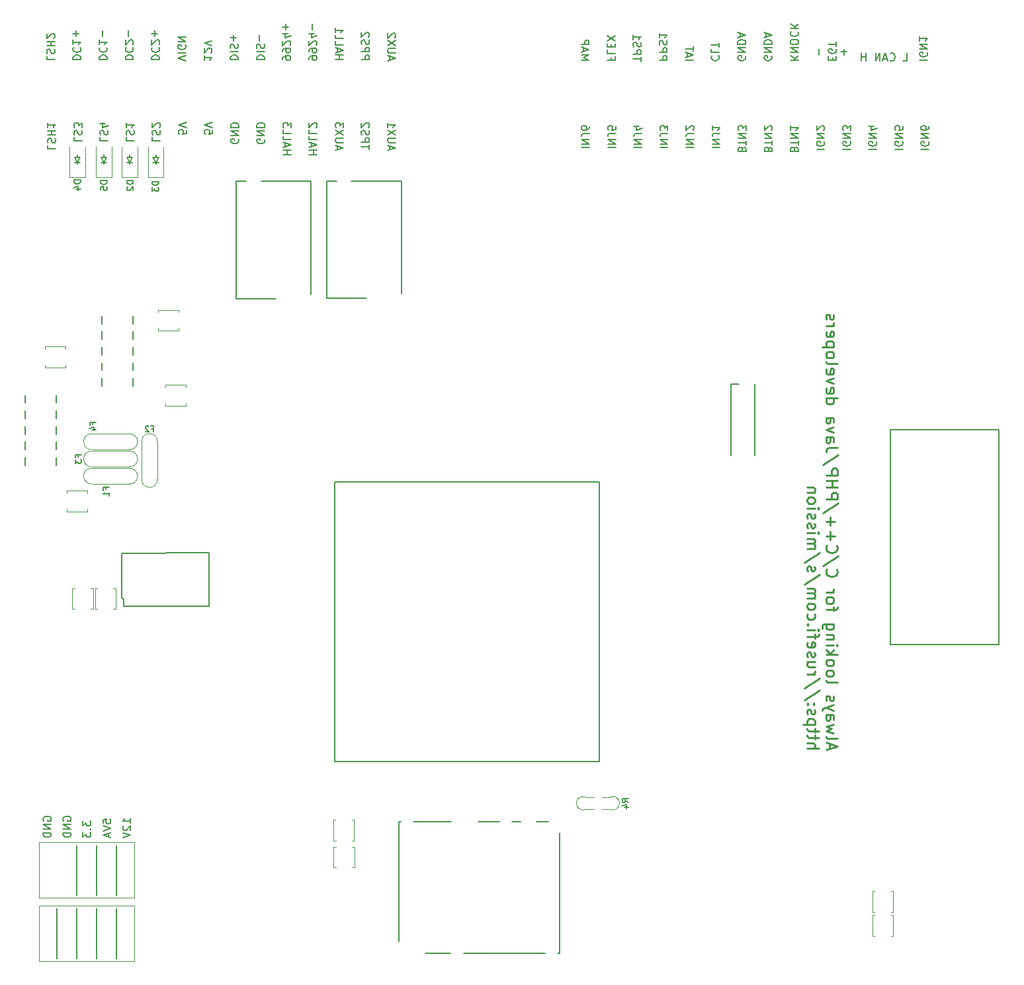
<source format=gbo>
G04 #@! TF.GenerationSoftware,KiCad,Pcbnew,8.0.2-8.0.2-0~ubuntu22.04.1*
G04 #@! TF.CreationDate,2024-05-18T16:59:28+00:00*
G04 #@! TF.ProjectId,uaefi,75616566-692e-46b6-9963-61645f706362,C*
G04 #@! TF.SameCoordinates,Original*
G04 #@! TF.FileFunction,Legend,Bot*
G04 #@! TF.FilePolarity,Positive*
%FSLAX46Y46*%
G04 Gerber Fmt 4.6, Leading zero omitted, Abs format (unit mm)*
G04 Created by KiCad (PCBNEW 8.0.2-8.0.2-0~ubuntu22.04.1) date 2024-05-18 16:59:28*
%MOMM*%
%LPD*%
G01*
G04 APERTURE LIST*
%ADD10C,0.150000*%
%ADD11C,0.250000*%
%ADD12C,0.127000*%
%ADD13C,0.170000*%
%ADD14C,0.120000*%
%ADD15C,0.200000*%
%ADD16C,0.099060*%
G04 APERTURE END LIST*
D10*
X14928668Y9955000D02*
X14928668Y3555000D01*
X20002000Y18025000D02*
X20002000Y11625000D01*
X17470334Y9955000D02*
X17470334Y3555000D01*
X20012000Y9955000D02*
X20012000Y3555000D01*
X17477000Y18025000D02*
X17477000Y11625000D01*
X14927000Y18050000D02*
X14927000Y11650000D01*
X12387000Y9955000D02*
X12387000Y3555000D01*
X15706819Y21130953D02*
X15706819Y20511906D01*
X15706819Y20511906D02*
X16087771Y20845239D01*
X16087771Y20845239D02*
X16087771Y20702382D01*
X16087771Y20702382D02*
X16135390Y20607144D01*
X16135390Y20607144D02*
X16183009Y20559525D01*
X16183009Y20559525D02*
X16278247Y20511906D01*
X16278247Y20511906D02*
X16516342Y20511906D01*
X16516342Y20511906D02*
X16611580Y20559525D01*
X16611580Y20559525D02*
X16659200Y20607144D01*
X16659200Y20607144D02*
X16706819Y20702382D01*
X16706819Y20702382D02*
X16706819Y20988096D01*
X16706819Y20988096D02*
X16659200Y21083334D01*
X16659200Y21083334D02*
X16611580Y21130953D01*
X16611580Y20083334D02*
X16659200Y20035715D01*
X16659200Y20035715D02*
X16706819Y20083334D01*
X16706819Y20083334D02*
X16659200Y20130953D01*
X16659200Y20130953D02*
X16611580Y20083334D01*
X16611580Y20083334D02*
X16706819Y20083334D01*
X15706819Y19702382D02*
X15706819Y19083335D01*
X15706819Y19083335D02*
X16087771Y19416668D01*
X16087771Y19416668D02*
X16087771Y19273811D01*
X16087771Y19273811D02*
X16135390Y19178573D01*
X16135390Y19178573D02*
X16183009Y19130954D01*
X16183009Y19130954D02*
X16278247Y19083335D01*
X16278247Y19083335D02*
X16516342Y19083335D01*
X16516342Y19083335D02*
X16611580Y19130954D01*
X16611580Y19130954D02*
X16659200Y19178573D01*
X16659200Y19178573D02*
X16706819Y19273811D01*
X16706819Y19273811D02*
X16706819Y19559525D01*
X16706819Y19559525D02*
X16659200Y19654763D01*
X16659200Y19654763D02*
X16611580Y19702382D01*
X92792180Y118588096D02*
X93792180Y118588096D01*
X93077895Y119016667D02*
X93077895Y119492857D01*
X92792180Y118921429D02*
X93792180Y119254762D01*
X93792180Y119254762D02*
X92792180Y119588095D01*
X93792180Y119778572D02*
X93792180Y120350000D01*
X92792180Y120064286D02*
X93792180Y120064286D01*
X79522180Y107394049D02*
X80522180Y107394049D01*
X79522180Y107870239D02*
X80522180Y107870239D01*
X80522180Y107870239D02*
X79522180Y108441667D01*
X79522180Y108441667D02*
X80522180Y108441667D01*
X80522180Y109203572D02*
X79807895Y109203572D01*
X79807895Y109203572D02*
X79665038Y109155953D01*
X79665038Y109155953D02*
X79569800Y109060715D01*
X79569800Y109060715D02*
X79522180Y108917858D01*
X79522180Y108917858D02*
X79522180Y108822620D01*
X80522180Y110108334D02*
X80522180Y109917858D01*
X80522180Y109917858D02*
X80474561Y109822620D01*
X80474561Y109822620D02*
X80426942Y109775001D01*
X80426942Y109775001D02*
X80284085Y109679763D01*
X80284085Y109679763D02*
X80093609Y109632144D01*
X80093609Y109632144D02*
X79712657Y109632144D01*
X79712657Y109632144D02*
X79617419Y109679763D01*
X79617419Y109679763D02*
X79569800Y109727382D01*
X79569800Y109727382D02*
X79522180Y109822620D01*
X79522180Y109822620D02*
X79522180Y110013096D01*
X79522180Y110013096D02*
X79569800Y110108334D01*
X79569800Y110108334D02*
X79617419Y110155953D01*
X79617419Y110155953D02*
X79712657Y110203572D01*
X79712657Y110203572D02*
X79950752Y110203572D01*
X79950752Y110203572D02*
X80045990Y110155953D01*
X80045990Y110155953D02*
X80093609Y110108334D01*
X80093609Y110108334D02*
X80141228Y110013096D01*
X80141228Y110013096D02*
X80141228Y109822620D01*
X80141228Y109822620D02*
X80093609Y109727382D01*
X80093609Y109727382D02*
X80045990Y109679763D01*
X80045990Y109679763D02*
X79950752Y109632144D01*
X24581792Y108754762D02*
X24581792Y108278572D01*
X24581792Y108278572D02*
X25581792Y108278572D01*
X24629412Y109040477D02*
X24581792Y109183334D01*
X24581792Y109183334D02*
X24581792Y109421429D01*
X24581792Y109421429D02*
X24629412Y109516667D01*
X24629412Y109516667D02*
X24677031Y109564286D01*
X24677031Y109564286D02*
X24772269Y109611905D01*
X24772269Y109611905D02*
X24867507Y109611905D01*
X24867507Y109611905D02*
X24962745Y109564286D01*
X24962745Y109564286D02*
X25010364Y109516667D01*
X25010364Y109516667D02*
X25057983Y109421429D01*
X25057983Y109421429D02*
X25105602Y109230953D01*
X25105602Y109230953D02*
X25153221Y109135715D01*
X25153221Y109135715D02*
X25200840Y109088096D01*
X25200840Y109088096D02*
X25296078Y109040477D01*
X25296078Y109040477D02*
X25391316Y109040477D01*
X25391316Y109040477D02*
X25486554Y109088096D01*
X25486554Y109088096D02*
X25534173Y109135715D01*
X25534173Y109135715D02*
X25581792Y109230953D01*
X25581792Y109230953D02*
X25581792Y109469048D01*
X25581792Y109469048D02*
X25534173Y109611905D01*
X25486554Y109992858D02*
X25534173Y110040477D01*
X25534173Y110040477D02*
X25581792Y110135715D01*
X25581792Y110135715D02*
X25581792Y110373810D01*
X25581792Y110373810D02*
X25534173Y110469048D01*
X25534173Y110469048D02*
X25486554Y110516667D01*
X25486554Y110516667D02*
X25391316Y110564286D01*
X25391316Y110564286D02*
X25296078Y110564286D01*
X25296078Y110564286D02*
X25153221Y110516667D01*
X25153221Y110516667D02*
X24581792Y109945239D01*
X24581792Y109945239D02*
X24581792Y110564286D01*
X86206794Y107394049D02*
X87206794Y107394049D01*
X86206794Y107870239D02*
X87206794Y107870239D01*
X87206794Y107870239D02*
X86206794Y108441667D01*
X86206794Y108441667D02*
X87206794Y108441667D01*
X87206794Y109203572D02*
X86492509Y109203572D01*
X86492509Y109203572D02*
X86349652Y109155953D01*
X86349652Y109155953D02*
X86254414Y109060715D01*
X86254414Y109060715D02*
X86206794Y108917858D01*
X86206794Y108917858D02*
X86206794Y108822620D01*
X86873461Y110108334D02*
X86206794Y110108334D01*
X87254414Y109870239D02*
X86540128Y109632144D01*
X86540128Y109632144D02*
X86540128Y110251191D01*
X11072180Y119133334D02*
X11072180Y118657144D01*
X11072180Y118657144D02*
X12072180Y118657144D01*
X11119800Y119419049D02*
X11072180Y119561906D01*
X11072180Y119561906D02*
X11072180Y119800001D01*
X11072180Y119800001D02*
X11119800Y119895239D01*
X11119800Y119895239D02*
X11167419Y119942858D01*
X11167419Y119942858D02*
X11262657Y119990477D01*
X11262657Y119990477D02*
X11357895Y119990477D01*
X11357895Y119990477D02*
X11453133Y119942858D01*
X11453133Y119942858D02*
X11500752Y119895239D01*
X11500752Y119895239D02*
X11548371Y119800001D01*
X11548371Y119800001D02*
X11595990Y119609525D01*
X11595990Y119609525D02*
X11643609Y119514287D01*
X11643609Y119514287D02*
X11691228Y119466668D01*
X11691228Y119466668D02*
X11786466Y119419049D01*
X11786466Y119419049D02*
X11881704Y119419049D01*
X11881704Y119419049D02*
X11976942Y119466668D01*
X11976942Y119466668D02*
X12024561Y119514287D01*
X12024561Y119514287D02*
X12072180Y119609525D01*
X12072180Y119609525D02*
X12072180Y119847620D01*
X12072180Y119847620D02*
X12024561Y119990477D01*
X11072180Y120419049D02*
X12072180Y120419049D01*
X11595990Y120419049D02*
X11595990Y120990477D01*
X11072180Y120990477D02*
X12072180Y120990477D01*
X11976942Y121419049D02*
X12024561Y121466668D01*
X12024561Y121466668D02*
X12072180Y121561906D01*
X12072180Y121561906D02*
X12072180Y121800001D01*
X12072180Y121800001D02*
X12024561Y121895239D01*
X12024561Y121895239D02*
X11976942Y121942858D01*
X11976942Y121942858D02*
X11881704Y121990477D01*
X11881704Y121990477D02*
X11786466Y121990477D01*
X11786466Y121990477D02*
X11643609Y121942858D01*
X11643609Y121942858D02*
X11072180Y121371430D01*
X11072180Y121371430D02*
X11072180Y121990477D01*
X35572632Y108469049D02*
X35620251Y108373811D01*
X35620251Y108373811D02*
X35620251Y108230954D01*
X35620251Y108230954D02*
X35572632Y108088097D01*
X35572632Y108088097D02*
X35477394Y107992859D01*
X35477394Y107992859D02*
X35382156Y107945240D01*
X35382156Y107945240D02*
X35191680Y107897621D01*
X35191680Y107897621D02*
X35048823Y107897621D01*
X35048823Y107897621D02*
X34858347Y107945240D01*
X34858347Y107945240D02*
X34763109Y107992859D01*
X34763109Y107992859D02*
X34667871Y108088097D01*
X34667871Y108088097D02*
X34620251Y108230954D01*
X34620251Y108230954D02*
X34620251Y108326192D01*
X34620251Y108326192D02*
X34667871Y108469049D01*
X34667871Y108469049D02*
X34715490Y108516668D01*
X34715490Y108516668D02*
X35048823Y108516668D01*
X35048823Y108516668D02*
X35048823Y108326192D01*
X34620251Y108945240D02*
X35620251Y108945240D01*
X35620251Y108945240D02*
X34620251Y109516668D01*
X34620251Y109516668D02*
X35620251Y109516668D01*
X34620251Y109992859D02*
X35620251Y109992859D01*
X35620251Y109992859D02*
X35620251Y110230954D01*
X35620251Y110230954D02*
X35572632Y110373811D01*
X35572632Y110373811D02*
X35477394Y110469049D01*
X35477394Y110469049D02*
X35382156Y110516668D01*
X35382156Y110516668D02*
X35191680Y110564287D01*
X35191680Y110564287D02*
X35048823Y110564287D01*
X35048823Y110564287D02*
X34858347Y110516668D01*
X34858347Y110516668D02*
X34763109Y110469049D01*
X34763109Y110469049D02*
X34667871Y110373811D01*
X34667871Y110373811D02*
X34620251Y110230954D01*
X34620251Y110230954D02*
X34620251Y109992859D01*
X10666938Y21178572D02*
X10619319Y21273810D01*
X10619319Y21273810D02*
X10619319Y21416667D01*
X10619319Y21416667D02*
X10666938Y21559524D01*
X10666938Y21559524D02*
X10762176Y21654762D01*
X10762176Y21654762D02*
X10857414Y21702381D01*
X10857414Y21702381D02*
X11047890Y21750000D01*
X11047890Y21750000D02*
X11190747Y21750000D01*
X11190747Y21750000D02*
X11381223Y21702381D01*
X11381223Y21702381D02*
X11476461Y21654762D01*
X11476461Y21654762D02*
X11571700Y21559524D01*
X11571700Y21559524D02*
X11619319Y21416667D01*
X11619319Y21416667D02*
X11619319Y21321429D01*
X11619319Y21321429D02*
X11571700Y21178572D01*
X11571700Y21178572D02*
X11524080Y21130953D01*
X11524080Y21130953D02*
X11190747Y21130953D01*
X11190747Y21130953D02*
X11190747Y21321429D01*
X11619319Y20702381D02*
X10619319Y20702381D01*
X10619319Y20702381D02*
X11619319Y20130953D01*
X11619319Y20130953D02*
X10619319Y20130953D01*
X11619319Y19654762D02*
X10619319Y19654762D01*
X10619319Y19654762D02*
X10619319Y19416667D01*
X10619319Y19416667D02*
X10666938Y19273810D01*
X10666938Y19273810D02*
X10762176Y19178572D01*
X10762176Y19178572D02*
X10857414Y19130953D01*
X10857414Y19130953D02*
X11047890Y19083334D01*
X11047890Y19083334D02*
X11190747Y19083334D01*
X11190747Y19083334D02*
X11381223Y19130953D01*
X11381223Y19130953D02*
X11476461Y19178572D01*
X11476461Y19178572D02*
X11571700Y19273810D01*
X11571700Y19273810D02*
X11619319Y19416667D01*
X11619319Y19416667D02*
X11619319Y19654762D01*
X41312557Y106516668D02*
X42312557Y106516668D01*
X41836367Y106516668D02*
X41836367Y107088096D01*
X41312557Y107088096D02*
X42312557Y107088096D01*
X41598272Y107516668D02*
X41598272Y107992858D01*
X41312557Y107421430D02*
X42312557Y107754763D01*
X42312557Y107754763D02*
X41312557Y108088096D01*
X41312557Y108897620D02*
X41312557Y108421430D01*
X41312557Y108421430D02*
X42312557Y108421430D01*
X41312557Y109707144D02*
X41312557Y109230954D01*
X41312557Y109230954D02*
X42312557Y109230954D01*
X42312557Y109945240D02*
X42312557Y110564287D01*
X42312557Y110564287D02*
X41931605Y110230954D01*
X41931605Y110230954D02*
X41931605Y110373811D01*
X41931605Y110373811D02*
X41883986Y110469049D01*
X41883986Y110469049D02*
X41836367Y110516668D01*
X41836367Y110516668D02*
X41741129Y110564287D01*
X41741129Y110564287D02*
X41503034Y110564287D01*
X41503034Y110564287D02*
X41407796Y110516668D01*
X41407796Y110516668D02*
X41360177Y110469049D01*
X41360177Y110469049D02*
X41312557Y110373811D01*
X41312557Y110373811D02*
X41312557Y110088097D01*
X41312557Y110088097D02*
X41360177Y109992859D01*
X41360177Y109992859D02*
X41407796Y109945240D01*
X24495256Y118657143D02*
X25495256Y118657143D01*
X25495256Y118657143D02*
X25495256Y118895238D01*
X25495256Y118895238D02*
X25447637Y119038095D01*
X25447637Y119038095D02*
X25352399Y119133333D01*
X25352399Y119133333D02*
X25257161Y119180952D01*
X25257161Y119180952D02*
X25066685Y119228571D01*
X25066685Y119228571D02*
X24923828Y119228571D01*
X24923828Y119228571D02*
X24733352Y119180952D01*
X24733352Y119180952D02*
X24638114Y119133333D01*
X24638114Y119133333D02*
X24542876Y119038095D01*
X24542876Y119038095D02*
X24495256Y118895238D01*
X24495256Y118895238D02*
X24495256Y118657143D01*
X24590495Y120228571D02*
X24542876Y120180952D01*
X24542876Y120180952D02*
X24495256Y120038095D01*
X24495256Y120038095D02*
X24495256Y119942857D01*
X24495256Y119942857D02*
X24542876Y119800000D01*
X24542876Y119800000D02*
X24638114Y119704762D01*
X24638114Y119704762D02*
X24733352Y119657143D01*
X24733352Y119657143D02*
X24923828Y119609524D01*
X24923828Y119609524D02*
X25066685Y119609524D01*
X25066685Y119609524D02*
X25257161Y119657143D01*
X25257161Y119657143D02*
X25352399Y119704762D01*
X25352399Y119704762D02*
X25447637Y119800000D01*
X25447637Y119800000D02*
X25495256Y119942857D01*
X25495256Y119942857D02*
X25495256Y120038095D01*
X25495256Y120038095D02*
X25447637Y120180952D01*
X25447637Y120180952D02*
X25400018Y120228571D01*
X25400018Y120609524D02*
X25447637Y120657143D01*
X25447637Y120657143D02*
X25495256Y120752381D01*
X25495256Y120752381D02*
X25495256Y120990476D01*
X25495256Y120990476D02*
X25447637Y121085714D01*
X25447637Y121085714D02*
X25400018Y121133333D01*
X25400018Y121133333D02*
X25304780Y121180952D01*
X25304780Y121180952D02*
X25209542Y121180952D01*
X25209542Y121180952D02*
X25066685Y121133333D01*
X25066685Y121133333D02*
X24495256Y120561905D01*
X24495256Y120561905D02*
X24495256Y121180952D01*
X24876209Y121609524D02*
X24876209Y122371428D01*
X24495256Y121990476D02*
X25257161Y121990476D01*
X34562563Y118657143D02*
X35562563Y118657143D01*
X35562563Y118657143D02*
X35562563Y118895238D01*
X35562563Y118895238D02*
X35514944Y119038095D01*
X35514944Y119038095D02*
X35419706Y119133333D01*
X35419706Y119133333D02*
X35324468Y119180952D01*
X35324468Y119180952D02*
X35133992Y119228571D01*
X35133992Y119228571D02*
X34991135Y119228571D01*
X34991135Y119228571D02*
X34800659Y119180952D01*
X34800659Y119180952D02*
X34705421Y119133333D01*
X34705421Y119133333D02*
X34610183Y119038095D01*
X34610183Y119038095D02*
X34562563Y118895238D01*
X34562563Y118895238D02*
X34562563Y118657143D01*
X34562563Y119657143D02*
X35562563Y119657143D01*
X34610183Y120085714D02*
X34562563Y120228571D01*
X34562563Y120228571D02*
X34562563Y120466666D01*
X34562563Y120466666D02*
X34610183Y120561904D01*
X34610183Y120561904D02*
X34657802Y120609523D01*
X34657802Y120609523D02*
X34753040Y120657142D01*
X34753040Y120657142D02*
X34848278Y120657142D01*
X34848278Y120657142D02*
X34943516Y120609523D01*
X34943516Y120609523D02*
X34991135Y120561904D01*
X34991135Y120561904D02*
X35038754Y120466666D01*
X35038754Y120466666D02*
X35086373Y120276190D01*
X35086373Y120276190D02*
X35133992Y120180952D01*
X35133992Y120180952D02*
X35181611Y120133333D01*
X35181611Y120133333D02*
X35276849Y120085714D01*
X35276849Y120085714D02*
X35372087Y120085714D01*
X35372087Y120085714D02*
X35467325Y120133333D01*
X35467325Y120133333D02*
X35514944Y120180952D01*
X35514944Y120180952D02*
X35562563Y120276190D01*
X35562563Y120276190D02*
X35562563Y120514285D01*
X35562563Y120514285D02*
X35514944Y120657142D01*
X34943516Y121085714D02*
X34943516Y121847618D01*
X34562563Y121466666D02*
X35324468Y121466666D01*
X96217419Y119159525D02*
X96169800Y119111906D01*
X96169800Y119111906D02*
X96122180Y118969049D01*
X96122180Y118969049D02*
X96122180Y118873811D01*
X96122180Y118873811D02*
X96169800Y118730954D01*
X96169800Y118730954D02*
X96265038Y118635716D01*
X96265038Y118635716D02*
X96360276Y118588097D01*
X96360276Y118588097D02*
X96550752Y118540478D01*
X96550752Y118540478D02*
X96693609Y118540478D01*
X96693609Y118540478D02*
X96884085Y118588097D01*
X96884085Y118588097D02*
X96979323Y118635716D01*
X96979323Y118635716D02*
X97074561Y118730954D01*
X97074561Y118730954D02*
X97122180Y118873811D01*
X97122180Y118873811D02*
X97122180Y118969049D01*
X97122180Y118969049D02*
X97074561Y119111906D01*
X97074561Y119111906D02*
X97026942Y119159525D01*
X96122180Y120064287D02*
X96122180Y119588097D01*
X96122180Y119588097D02*
X97122180Y119588097D01*
X97122180Y120254764D02*
X97122180Y120826192D01*
X96122180Y120540478D02*
X97122180Y120540478D01*
X106247180Y118588096D02*
X107247180Y118588096D01*
X106247180Y119159524D02*
X106818609Y118730953D01*
X107247180Y119159524D02*
X106675752Y118588096D01*
X106247180Y119588096D02*
X107247180Y119588096D01*
X107247180Y119588096D02*
X106247180Y120159524D01*
X106247180Y120159524D02*
X107247180Y120159524D01*
X107247180Y120826191D02*
X107247180Y121016667D01*
X107247180Y121016667D02*
X107199561Y121111905D01*
X107199561Y121111905D02*
X107104323Y121207143D01*
X107104323Y121207143D02*
X106913847Y121254762D01*
X106913847Y121254762D02*
X106580514Y121254762D01*
X106580514Y121254762D02*
X106390038Y121207143D01*
X106390038Y121207143D02*
X106294800Y121111905D01*
X106294800Y121111905D02*
X106247180Y121016667D01*
X106247180Y121016667D02*
X106247180Y120826191D01*
X106247180Y120826191D02*
X106294800Y120730953D01*
X106294800Y120730953D02*
X106390038Y120635715D01*
X106390038Y120635715D02*
X106580514Y120588096D01*
X106580514Y120588096D02*
X106913847Y120588096D01*
X106913847Y120588096D02*
X107104323Y120635715D01*
X107104323Y120635715D02*
X107199561Y120730953D01*
X107199561Y120730953D02*
X107247180Y120826191D01*
X106342419Y122254762D02*
X106294800Y122207143D01*
X106294800Y122207143D02*
X106247180Y122064286D01*
X106247180Y122064286D02*
X106247180Y121969048D01*
X106247180Y121969048D02*
X106294800Y121826191D01*
X106294800Y121826191D02*
X106390038Y121730953D01*
X106390038Y121730953D02*
X106485276Y121683334D01*
X106485276Y121683334D02*
X106675752Y121635715D01*
X106675752Y121635715D02*
X106818609Y121635715D01*
X106818609Y121635715D02*
X107009085Y121683334D01*
X107009085Y121683334D02*
X107104323Y121730953D01*
X107104323Y121730953D02*
X107199561Y121826191D01*
X107199561Y121826191D02*
X107247180Y121969048D01*
X107247180Y121969048D02*
X107247180Y122064286D01*
X107247180Y122064286D02*
X107199561Y122207143D01*
X107199561Y122207143D02*
X107151942Y122254762D01*
X106247180Y122683334D02*
X107247180Y122683334D01*
X106247180Y123254762D02*
X106818609Y122826191D01*
X107247180Y123254762D02*
X106675752Y122683334D01*
X38918785Y108469049D02*
X38966404Y108373811D01*
X38966404Y108373811D02*
X38966404Y108230954D01*
X38966404Y108230954D02*
X38918785Y108088097D01*
X38918785Y108088097D02*
X38823547Y107992859D01*
X38823547Y107992859D02*
X38728309Y107945240D01*
X38728309Y107945240D02*
X38537833Y107897621D01*
X38537833Y107897621D02*
X38394976Y107897621D01*
X38394976Y107897621D02*
X38204500Y107945240D01*
X38204500Y107945240D02*
X38109262Y107992859D01*
X38109262Y107992859D02*
X38014024Y108088097D01*
X38014024Y108088097D02*
X37966404Y108230954D01*
X37966404Y108230954D02*
X37966404Y108326192D01*
X37966404Y108326192D02*
X38014024Y108469049D01*
X38014024Y108469049D02*
X38061643Y108516668D01*
X38061643Y108516668D02*
X38394976Y108516668D01*
X38394976Y108516668D02*
X38394976Y108326192D01*
X37966404Y108945240D02*
X38966404Y108945240D01*
X38966404Y108945240D02*
X37966404Y109516668D01*
X37966404Y109516668D02*
X38966404Y109516668D01*
X37966404Y109992859D02*
X38966404Y109992859D01*
X38966404Y109992859D02*
X38966404Y110230954D01*
X38966404Y110230954D02*
X38918785Y110373811D01*
X38918785Y110373811D02*
X38823547Y110469049D01*
X38823547Y110469049D02*
X38728309Y110516668D01*
X38728309Y110516668D02*
X38537833Y110564287D01*
X38537833Y110564287D02*
X38394976Y110564287D01*
X38394976Y110564287D02*
X38204500Y110516668D01*
X38204500Y110516668D02*
X38109262Y110469049D01*
X38109262Y110469049D02*
X38014024Y110373811D01*
X38014024Y110373811D02*
X37966404Y110230954D01*
X37966404Y110230954D02*
X37966404Y109992859D01*
X18250569Y20845239D02*
X18250569Y21321429D01*
X18250569Y21321429D02*
X18726759Y21369048D01*
X18726759Y21369048D02*
X18679140Y21321429D01*
X18679140Y21321429D02*
X18631521Y21226191D01*
X18631521Y21226191D02*
X18631521Y20988096D01*
X18631521Y20988096D02*
X18679140Y20892858D01*
X18679140Y20892858D02*
X18726759Y20845239D01*
X18726759Y20845239D02*
X18821997Y20797620D01*
X18821997Y20797620D02*
X19060092Y20797620D01*
X19060092Y20797620D02*
X19155330Y20845239D01*
X19155330Y20845239D02*
X19202950Y20892858D01*
X19202950Y20892858D02*
X19250569Y20988096D01*
X19250569Y20988096D02*
X19250569Y21226191D01*
X19250569Y21226191D02*
X19202950Y21321429D01*
X19202950Y21321429D02*
X19155330Y21369048D01*
X18250569Y20511905D02*
X19250569Y20178572D01*
X19250569Y20178572D02*
X18250569Y19845239D01*
X18964854Y19559524D02*
X18964854Y19083334D01*
X19250569Y19654762D02*
X18250569Y19321429D01*
X18250569Y19321429D02*
X19250569Y18988096D01*
X44629870Y118704763D02*
X44629870Y118895239D01*
X44629870Y118895239D02*
X44677490Y118990477D01*
X44677490Y118990477D02*
X44725109Y119038096D01*
X44725109Y119038096D02*
X44867966Y119133334D01*
X44867966Y119133334D02*
X45058442Y119180953D01*
X45058442Y119180953D02*
X45439394Y119180953D01*
X45439394Y119180953D02*
X45534632Y119133334D01*
X45534632Y119133334D02*
X45582251Y119085715D01*
X45582251Y119085715D02*
X45629870Y118990477D01*
X45629870Y118990477D02*
X45629870Y118800001D01*
X45629870Y118800001D02*
X45582251Y118704763D01*
X45582251Y118704763D02*
X45534632Y118657144D01*
X45534632Y118657144D02*
X45439394Y118609525D01*
X45439394Y118609525D02*
X45201299Y118609525D01*
X45201299Y118609525D02*
X45106061Y118657144D01*
X45106061Y118657144D02*
X45058442Y118704763D01*
X45058442Y118704763D02*
X45010823Y118800001D01*
X45010823Y118800001D02*
X45010823Y118990477D01*
X45010823Y118990477D02*
X45058442Y119085715D01*
X45058442Y119085715D02*
X45106061Y119133334D01*
X45106061Y119133334D02*
X45201299Y119180953D01*
X44629870Y119657144D02*
X44629870Y119847620D01*
X44629870Y119847620D02*
X44677490Y119942858D01*
X44677490Y119942858D02*
X44725109Y119990477D01*
X44725109Y119990477D02*
X44867966Y120085715D01*
X44867966Y120085715D02*
X45058442Y120133334D01*
X45058442Y120133334D02*
X45439394Y120133334D01*
X45439394Y120133334D02*
X45534632Y120085715D01*
X45534632Y120085715D02*
X45582251Y120038096D01*
X45582251Y120038096D02*
X45629870Y119942858D01*
X45629870Y119942858D02*
X45629870Y119752382D01*
X45629870Y119752382D02*
X45582251Y119657144D01*
X45582251Y119657144D02*
X45534632Y119609525D01*
X45534632Y119609525D02*
X45439394Y119561906D01*
X45439394Y119561906D02*
X45201299Y119561906D01*
X45201299Y119561906D02*
X45106061Y119609525D01*
X45106061Y119609525D02*
X45058442Y119657144D01*
X45058442Y119657144D02*
X45010823Y119752382D01*
X45010823Y119752382D02*
X45010823Y119942858D01*
X45010823Y119942858D02*
X45058442Y120038096D01*
X45058442Y120038096D02*
X45106061Y120085715D01*
X45106061Y120085715D02*
X45201299Y120133334D01*
X45534632Y120514287D02*
X45582251Y120561906D01*
X45582251Y120561906D02*
X45629870Y120657144D01*
X45629870Y120657144D02*
X45629870Y120895239D01*
X45629870Y120895239D02*
X45582251Y120990477D01*
X45582251Y120990477D02*
X45534632Y121038096D01*
X45534632Y121038096D02*
X45439394Y121085715D01*
X45439394Y121085715D02*
X45344156Y121085715D01*
X45344156Y121085715D02*
X45201299Y121038096D01*
X45201299Y121038096D02*
X44629870Y120466668D01*
X44629870Y120466668D02*
X44629870Y121085715D01*
X45296537Y121942858D02*
X44629870Y121942858D01*
X45677490Y121704763D02*
X44963204Y121466668D01*
X44963204Y121466668D02*
X44963204Y122085715D01*
X45010823Y122466668D02*
X45010823Y123228572D01*
X100099832Y107203572D02*
X100052213Y107346429D01*
X100052213Y107346429D02*
X100004594Y107394048D01*
X100004594Y107394048D02*
X99909356Y107441667D01*
X99909356Y107441667D02*
X99766499Y107441667D01*
X99766499Y107441667D02*
X99671261Y107394048D01*
X99671261Y107394048D02*
X99623642Y107346429D01*
X99623642Y107346429D02*
X99576022Y107251191D01*
X99576022Y107251191D02*
X99576022Y106870239D01*
X99576022Y106870239D02*
X100576022Y106870239D01*
X100576022Y106870239D02*
X100576022Y107203572D01*
X100576022Y107203572D02*
X100528403Y107298810D01*
X100528403Y107298810D02*
X100480784Y107346429D01*
X100480784Y107346429D02*
X100385546Y107394048D01*
X100385546Y107394048D02*
X100290308Y107394048D01*
X100290308Y107394048D02*
X100195070Y107346429D01*
X100195070Y107346429D02*
X100147451Y107298810D01*
X100147451Y107298810D02*
X100099832Y107203572D01*
X100099832Y107203572D02*
X100099832Y106870239D01*
X100576022Y107727382D02*
X100576022Y108298810D01*
X99576022Y108013096D02*
X100576022Y108013096D01*
X99576022Y108632144D02*
X100576022Y108632144D01*
X100576022Y108632144D02*
X99576022Y109203572D01*
X99576022Y109203572D02*
X100576022Y109203572D01*
X100576022Y109584525D02*
X100576022Y110203572D01*
X100576022Y110203572D02*
X100195070Y109870239D01*
X100195070Y109870239D02*
X100195070Y110013096D01*
X100195070Y110013096D02*
X100147451Y110108334D01*
X100147451Y110108334D02*
X100099832Y110155953D01*
X100099832Y110155953D02*
X100004594Y110203572D01*
X100004594Y110203572D02*
X99766499Y110203572D01*
X99766499Y110203572D02*
X99671261Y110155953D01*
X99671261Y110155953D02*
X99623642Y110108334D01*
X99623642Y110108334D02*
X99576022Y110013096D01*
X99576022Y110013096D02*
X99576022Y109727382D01*
X99576022Y109727382D02*
X99623642Y109632144D01*
X99623642Y109632144D02*
X99671261Y109584525D01*
X54982895Y118609524D02*
X54982895Y119085714D01*
X54697180Y118514286D02*
X55697180Y118847619D01*
X55697180Y118847619D02*
X54697180Y119180952D01*
X55697180Y119514286D02*
X54887657Y119514286D01*
X54887657Y119514286D02*
X54792419Y119561905D01*
X54792419Y119561905D02*
X54744800Y119609524D01*
X54744800Y119609524D02*
X54697180Y119704762D01*
X54697180Y119704762D02*
X54697180Y119895238D01*
X54697180Y119895238D02*
X54744800Y119990476D01*
X54744800Y119990476D02*
X54792419Y120038095D01*
X54792419Y120038095D02*
X54887657Y120085714D01*
X54887657Y120085714D02*
X55697180Y120085714D01*
X55697180Y120466667D02*
X54697180Y121133333D01*
X55697180Y121133333D02*
X54697180Y120466667D01*
X55601942Y121466667D02*
X55649561Y121514286D01*
X55649561Y121514286D02*
X55697180Y121609524D01*
X55697180Y121609524D02*
X55697180Y121847619D01*
X55697180Y121847619D02*
X55649561Y121942857D01*
X55649561Y121942857D02*
X55601942Y121990476D01*
X55601942Y121990476D02*
X55506704Y122038095D01*
X55506704Y122038095D02*
X55411466Y122038095D01*
X55411466Y122038095D02*
X55268609Y121990476D01*
X55268609Y121990476D02*
X54697180Y121419048D01*
X54697180Y121419048D02*
X54697180Y122038095D01*
X87132180Y118445240D02*
X87132180Y119016668D01*
X86132180Y118730954D02*
X87132180Y118730954D01*
X86132180Y119350002D02*
X87132180Y119350002D01*
X87132180Y119350002D02*
X87132180Y119730954D01*
X87132180Y119730954D02*
X87084561Y119826192D01*
X87084561Y119826192D02*
X87036942Y119873811D01*
X87036942Y119873811D02*
X86941704Y119921430D01*
X86941704Y119921430D02*
X86798847Y119921430D01*
X86798847Y119921430D02*
X86703609Y119873811D01*
X86703609Y119873811D02*
X86655990Y119826192D01*
X86655990Y119826192D02*
X86608371Y119730954D01*
X86608371Y119730954D02*
X86608371Y119350002D01*
X86179800Y120302383D02*
X86132180Y120445240D01*
X86132180Y120445240D02*
X86132180Y120683335D01*
X86132180Y120683335D02*
X86179800Y120778573D01*
X86179800Y120778573D02*
X86227419Y120826192D01*
X86227419Y120826192D02*
X86322657Y120873811D01*
X86322657Y120873811D02*
X86417895Y120873811D01*
X86417895Y120873811D02*
X86513133Y120826192D01*
X86513133Y120826192D02*
X86560752Y120778573D01*
X86560752Y120778573D02*
X86608371Y120683335D01*
X86608371Y120683335D02*
X86655990Y120492859D01*
X86655990Y120492859D02*
X86703609Y120397621D01*
X86703609Y120397621D02*
X86751228Y120350002D01*
X86751228Y120350002D02*
X86846466Y120302383D01*
X86846466Y120302383D02*
X86941704Y120302383D01*
X86941704Y120302383D02*
X87036942Y120350002D01*
X87036942Y120350002D02*
X87084561Y120397621D01*
X87084561Y120397621D02*
X87132180Y120492859D01*
X87132180Y120492859D02*
X87132180Y120730954D01*
X87132180Y120730954D02*
X87084561Y120873811D01*
X86132180Y121826192D02*
X86132180Y121254764D01*
X86132180Y121540478D02*
X87132180Y121540478D01*
X87132180Y121540478D02*
X86989323Y121445240D01*
X86989323Y121445240D02*
X86894085Y121350002D01*
X86894085Y121350002D02*
X86846466Y121254764D01*
X47985639Y118657144D02*
X48985639Y118657144D01*
X48509449Y118657144D02*
X48509449Y119228572D01*
X47985639Y119228572D02*
X48985639Y119228572D01*
X48271354Y119657144D02*
X48271354Y120133334D01*
X47985639Y119561906D02*
X48985639Y119895239D01*
X48985639Y119895239D02*
X47985639Y120228572D01*
X47985639Y121038096D02*
X47985639Y120561906D01*
X47985639Y120561906D02*
X48985639Y120561906D01*
X47985639Y121847620D02*
X47985639Y121371430D01*
X47985639Y121371430D02*
X48985639Y121371430D01*
X47985639Y122704763D02*
X47985639Y122133335D01*
X47985639Y122419049D02*
X48985639Y122419049D01*
X48985639Y122419049D02*
X48842782Y122323811D01*
X48842782Y122323811D02*
X48747544Y122228573D01*
X48747544Y122228573D02*
X48699925Y122133335D01*
X100474561Y119111905D02*
X100522180Y119016667D01*
X100522180Y119016667D02*
X100522180Y118873810D01*
X100522180Y118873810D02*
X100474561Y118730953D01*
X100474561Y118730953D02*
X100379323Y118635715D01*
X100379323Y118635715D02*
X100284085Y118588096D01*
X100284085Y118588096D02*
X100093609Y118540477D01*
X100093609Y118540477D02*
X99950752Y118540477D01*
X99950752Y118540477D02*
X99760276Y118588096D01*
X99760276Y118588096D02*
X99665038Y118635715D01*
X99665038Y118635715D02*
X99569800Y118730953D01*
X99569800Y118730953D02*
X99522180Y118873810D01*
X99522180Y118873810D02*
X99522180Y118969048D01*
X99522180Y118969048D02*
X99569800Y119111905D01*
X99569800Y119111905D02*
X99617419Y119159524D01*
X99617419Y119159524D02*
X99950752Y119159524D01*
X99950752Y119159524D02*
X99950752Y118969048D01*
X99522180Y119588096D02*
X100522180Y119588096D01*
X100522180Y119588096D02*
X99522180Y120159524D01*
X99522180Y120159524D02*
X100522180Y120159524D01*
X99522180Y120635715D02*
X100522180Y120635715D01*
X100522180Y120635715D02*
X100522180Y120873810D01*
X100522180Y120873810D02*
X100474561Y121016667D01*
X100474561Y121016667D02*
X100379323Y121111905D01*
X100379323Y121111905D02*
X100284085Y121159524D01*
X100284085Y121159524D02*
X100093609Y121207143D01*
X100093609Y121207143D02*
X99950752Y121207143D01*
X99950752Y121207143D02*
X99760276Y121159524D01*
X99760276Y121159524D02*
X99665038Y121111905D01*
X99665038Y121111905D02*
X99569800Y121016667D01*
X99569800Y121016667D02*
X99522180Y120873810D01*
X99522180Y120873810D02*
X99522180Y120635715D01*
X99807895Y121588096D02*
X99807895Y122064286D01*
X99522180Y121492858D02*
X100522180Y121826191D01*
X100522180Y121826191D02*
X99522180Y122159524D01*
D11*
X111220100Y30387188D02*
X111220100Y31101473D01*
X110791529Y30244331D02*
X112291529Y30744331D01*
X112291529Y30744331D02*
X110791529Y31244331D01*
X110791529Y31958616D02*
X110862958Y31815759D01*
X110862958Y31815759D02*
X111005815Y31744330D01*
X111005815Y31744330D02*
X112291529Y31744330D01*
X111791529Y32387187D02*
X110791529Y32672901D01*
X110791529Y32672901D02*
X111505815Y32958616D01*
X111505815Y32958616D02*
X110791529Y33244330D01*
X110791529Y33244330D02*
X111791529Y33530044D01*
X110791529Y34744330D02*
X111577243Y34744330D01*
X111577243Y34744330D02*
X111720100Y34672902D01*
X111720100Y34672902D02*
X111791529Y34530045D01*
X111791529Y34530045D02*
X111791529Y34244330D01*
X111791529Y34244330D02*
X111720100Y34101473D01*
X110862958Y34744330D02*
X110791529Y34601473D01*
X110791529Y34601473D02*
X110791529Y34244330D01*
X110791529Y34244330D02*
X110862958Y34101473D01*
X110862958Y34101473D02*
X111005815Y34030045D01*
X111005815Y34030045D02*
X111148672Y34030045D01*
X111148672Y34030045D02*
X111291529Y34101473D01*
X111291529Y34101473D02*
X111362958Y34244330D01*
X111362958Y34244330D02*
X111362958Y34601473D01*
X111362958Y34601473D02*
X111434386Y34744330D01*
X111791529Y35315759D02*
X110791529Y35672902D01*
X111791529Y36030045D02*
X110791529Y35672902D01*
X110791529Y35672902D02*
X110434386Y35530045D01*
X110434386Y35530045D02*
X110362958Y35458616D01*
X110362958Y35458616D02*
X110291529Y35315759D01*
X110862958Y36530045D02*
X110791529Y36672902D01*
X110791529Y36672902D02*
X110791529Y36958616D01*
X110791529Y36958616D02*
X110862958Y37101473D01*
X110862958Y37101473D02*
X111005815Y37172902D01*
X111005815Y37172902D02*
X111077243Y37172902D01*
X111077243Y37172902D02*
X111220100Y37101473D01*
X111220100Y37101473D02*
X111291529Y36958616D01*
X111291529Y36958616D02*
X111291529Y36744330D01*
X111291529Y36744330D02*
X111362958Y36601473D01*
X111362958Y36601473D02*
X111505815Y36530045D01*
X111505815Y36530045D02*
X111577243Y36530045D01*
X111577243Y36530045D02*
X111720100Y36601473D01*
X111720100Y36601473D02*
X111791529Y36744330D01*
X111791529Y36744330D02*
X111791529Y36958616D01*
X111791529Y36958616D02*
X111720100Y37101473D01*
X110791529Y39172902D02*
X110862958Y39030045D01*
X110862958Y39030045D02*
X111005815Y38958616D01*
X111005815Y38958616D02*
X112291529Y38958616D01*
X110791529Y39958616D02*
X110862958Y39815759D01*
X110862958Y39815759D02*
X110934386Y39744330D01*
X110934386Y39744330D02*
X111077243Y39672902D01*
X111077243Y39672902D02*
X111505815Y39672902D01*
X111505815Y39672902D02*
X111648672Y39744330D01*
X111648672Y39744330D02*
X111720100Y39815759D01*
X111720100Y39815759D02*
X111791529Y39958616D01*
X111791529Y39958616D02*
X111791529Y40172902D01*
X111791529Y40172902D02*
X111720100Y40315759D01*
X111720100Y40315759D02*
X111648672Y40387187D01*
X111648672Y40387187D02*
X111505815Y40458616D01*
X111505815Y40458616D02*
X111077243Y40458616D01*
X111077243Y40458616D02*
X110934386Y40387187D01*
X110934386Y40387187D02*
X110862958Y40315759D01*
X110862958Y40315759D02*
X110791529Y40172902D01*
X110791529Y40172902D02*
X110791529Y39958616D01*
X110791529Y41315759D02*
X110862958Y41172902D01*
X110862958Y41172902D02*
X110934386Y41101473D01*
X110934386Y41101473D02*
X111077243Y41030045D01*
X111077243Y41030045D02*
X111505815Y41030045D01*
X111505815Y41030045D02*
X111648672Y41101473D01*
X111648672Y41101473D02*
X111720100Y41172902D01*
X111720100Y41172902D02*
X111791529Y41315759D01*
X111791529Y41315759D02*
X111791529Y41530045D01*
X111791529Y41530045D02*
X111720100Y41672902D01*
X111720100Y41672902D02*
X111648672Y41744330D01*
X111648672Y41744330D02*
X111505815Y41815759D01*
X111505815Y41815759D02*
X111077243Y41815759D01*
X111077243Y41815759D02*
X110934386Y41744330D01*
X110934386Y41744330D02*
X110862958Y41672902D01*
X110862958Y41672902D02*
X110791529Y41530045D01*
X110791529Y41530045D02*
X110791529Y41315759D01*
X110791529Y42458616D02*
X112291529Y42458616D01*
X111362958Y42601473D02*
X110791529Y43030045D01*
X111791529Y43030045D02*
X111220100Y42458616D01*
X110791529Y43672902D02*
X111791529Y43672902D01*
X112291529Y43672902D02*
X112220100Y43601474D01*
X112220100Y43601474D02*
X112148672Y43672902D01*
X112148672Y43672902D02*
X112220100Y43744331D01*
X112220100Y43744331D02*
X112291529Y43672902D01*
X112291529Y43672902D02*
X112148672Y43672902D01*
X111791529Y44387188D02*
X110791529Y44387188D01*
X111648672Y44387188D02*
X111720100Y44458617D01*
X111720100Y44458617D02*
X111791529Y44601474D01*
X111791529Y44601474D02*
X111791529Y44815760D01*
X111791529Y44815760D02*
X111720100Y44958617D01*
X111720100Y44958617D02*
X111577243Y45030045D01*
X111577243Y45030045D02*
X110791529Y45030045D01*
X111791529Y46387188D02*
X110577243Y46387188D01*
X110577243Y46387188D02*
X110434386Y46315760D01*
X110434386Y46315760D02*
X110362958Y46244331D01*
X110362958Y46244331D02*
X110291529Y46101474D01*
X110291529Y46101474D02*
X110291529Y45887188D01*
X110291529Y45887188D02*
X110362958Y45744331D01*
X110862958Y46387188D02*
X110791529Y46244331D01*
X110791529Y46244331D02*
X110791529Y45958617D01*
X110791529Y45958617D02*
X110862958Y45815760D01*
X110862958Y45815760D02*
X110934386Y45744331D01*
X110934386Y45744331D02*
X111077243Y45672903D01*
X111077243Y45672903D02*
X111505815Y45672903D01*
X111505815Y45672903D02*
X111648672Y45744331D01*
X111648672Y45744331D02*
X111720100Y45815760D01*
X111720100Y45815760D02*
X111791529Y45958617D01*
X111791529Y45958617D02*
X111791529Y46244331D01*
X111791529Y46244331D02*
X111720100Y46387188D01*
X111791529Y48030046D02*
X111791529Y48601474D01*
X110791529Y48244331D02*
X112077243Y48244331D01*
X112077243Y48244331D02*
X112220100Y48315760D01*
X112220100Y48315760D02*
X112291529Y48458617D01*
X112291529Y48458617D02*
X112291529Y48601474D01*
X110791529Y49315760D02*
X110862958Y49172903D01*
X110862958Y49172903D02*
X110934386Y49101474D01*
X110934386Y49101474D02*
X111077243Y49030046D01*
X111077243Y49030046D02*
X111505815Y49030046D01*
X111505815Y49030046D02*
X111648672Y49101474D01*
X111648672Y49101474D02*
X111720100Y49172903D01*
X111720100Y49172903D02*
X111791529Y49315760D01*
X111791529Y49315760D02*
X111791529Y49530046D01*
X111791529Y49530046D02*
X111720100Y49672903D01*
X111720100Y49672903D02*
X111648672Y49744331D01*
X111648672Y49744331D02*
X111505815Y49815760D01*
X111505815Y49815760D02*
X111077243Y49815760D01*
X111077243Y49815760D02*
X110934386Y49744331D01*
X110934386Y49744331D02*
X110862958Y49672903D01*
X110862958Y49672903D02*
X110791529Y49530046D01*
X110791529Y49530046D02*
X110791529Y49315760D01*
X110791529Y50458617D02*
X111791529Y50458617D01*
X111505815Y50458617D02*
X111648672Y50530046D01*
X111648672Y50530046D02*
X111720100Y50601474D01*
X111720100Y50601474D02*
X111791529Y50744332D01*
X111791529Y50744332D02*
X111791529Y50887189D01*
X110934386Y53387188D02*
X110862958Y53315760D01*
X110862958Y53315760D02*
X110791529Y53101474D01*
X110791529Y53101474D02*
X110791529Y52958617D01*
X110791529Y52958617D02*
X110862958Y52744331D01*
X110862958Y52744331D02*
X111005815Y52601474D01*
X111005815Y52601474D02*
X111148672Y52530045D01*
X111148672Y52530045D02*
X111434386Y52458617D01*
X111434386Y52458617D02*
X111648672Y52458617D01*
X111648672Y52458617D02*
X111934386Y52530045D01*
X111934386Y52530045D02*
X112077243Y52601474D01*
X112077243Y52601474D02*
X112220100Y52744331D01*
X112220100Y52744331D02*
X112291529Y52958617D01*
X112291529Y52958617D02*
X112291529Y53101474D01*
X112291529Y53101474D02*
X112220100Y53315760D01*
X112220100Y53315760D02*
X112148672Y53387188D01*
X112362958Y55101474D02*
X110434386Y53815760D01*
X110934386Y56458617D02*
X110862958Y56387189D01*
X110862958Y56387189D02*
X110791529Y56172903D01*
X110791529Y56172903D02*
X110791529Y56030046D01*
X110791529Y56030046D02*
X110862958Y55815760D01*
X110862958Y55815760D02*
X111005815Y55672903D01*
X111005815Y55672903D02*
X111148672Y55601474D01*
X111148672Y55601474D02*
X111434386Y55530046D01*
X111434386Y55530046D02*
X111648672Y55530046D01*
X111648672Y55530046D02*
X111934386Y55601474D01*
X111934386Y55601474D02*
X112077243Y55672903D01*
X112077243Y55672903D02*
X112220100Y55815760D01*
X112220100Y55815760D02*
X112291529Y56030046D01*
X112291529Y56030046D02*
X112291529Y56172903D01*
X112291529Y56172903D02*
X112220100Y56387189D01*
X112220100Y56387189D02*
X112148672Y56458617D01*
X111362958Y57101474D02*
X111362958Y58244331D01*
X110791529Y57672903D02*
X111934386Y57672903D01*
X111362958Y58958617D02*
X111362958Y60101474D01*
X110791529Y59530046D02*
X111934386Y59530046D01*
X112362958Y61887189D02*
X110434386Y60601475D01*
X110791529Y62387189D02*
X112291529Y62387189D01*
X112291529Y62387189D02*
X112291529Y62958618D01*
X112291529Y62958618D02*
X112220100Y63101475D01*
X112220100Y63101475D02*
X112148672Y63172904D01*
X112148672Y63172904D02*
X112005815Y63244332D01*
X112005815Y63244332D02*
X111791529Y63244332D01*
X111791529Y63244332D02*
X111648672Y63172904D01*
X111648672Y63172904D02*
X111577243Y63101475D01*
X111577243Y63101475D02*
X111505815Y62958618D01*
X111505815Y62958618D02*
X111505815Y62387189D01*
X110791529Y63887189D02*
X112291529Y63887189D01*
X111577243Y63887189D02*
X111577243Y64744332D01*
X110791529Y64744332D02*
X112291529Y64744332D01*
X110791529Y65458618D02*
X112291529Y65458618D01*
X112291529Y65458618D02*
X112291529Y66030047D01*
X112291529Y66030047D02*
X112220100Y66172904D01*
X112220100Y66172904D02*
X112148672Y66244333D01*
X112148672Y66244333D02*
X112005815Y66315761D01*
X112005815Y66315761D02*
X111791529Y66315761D01*
X111791529Y66315761D02*
X111648672Y66244333D01*
X111648672Y66244333D02*
X111577243Y66172904D01*
X111577243Y66172904D02*
X111505815Y66030047D01*
X111505815Y66030047D02*
X111505815Y65458618D01*
X112362958Y68030047D02*
X110434386Y66744333D01*
X112291529Y68958619D02*
X111220100Y68958619D01*
X111220100Y68958619D02*
X111005815Y68887190D01*
X111005815Y68887190D02*
X110862958Y68744333D01*
X110862958Y68744333D02*
X110791529Y68530047D01*
X110791529Y68530047D02*
X110791529Y68387190D01*
X110791529Y70315761D02*
X111577243Y70315761D01*
X111577243Y70315761D02*
X111720100Y70244333D01*
X111720100Y70244333D02*
X111791529Y70101476D01*
X111791529Y70101476D02*
X111791529Y69815761D01*
X111791529Y69815761D02*
X111720100Y69672904D01*
X110862958Y70315761D02*
X110791529Y70172904D01*
X110791529Y70172904D02*
X110791529Y69815761D01*
X110791529Y69815761D02*
X110862958Y69672904D01*
X110862958Y69672904D02*
X111005815Y69601476D01*
X111005815Y69601476D02*
X111148672Y69601476D01*
X111148672Y69601476D02*
X111291529Y69672904D01*
X111291529Y69672904D02*
X111362958Y69815761D01*
X111362958Y69815761D02*
X111362958Y70172904D01*
X111362958Y70172904D02*
X111434386Y70315761D01*
X111791529Y70887190D02*
X110791529Y71244333D01*
X110791529Y71244333D02*
X111791529Y71601476D01*
X110791529Y72815761D02*
X111577243Y72815761D01*
X111577243Y72815761D02*
X111720100Y72744333D01*
X111720100Y72744333D02*
X111791529Y72601476D01*
X111791529Y72601476D02*
X111791529Y72315761D01*
X111791529Y72315761D02*
X111720100Y72172904D01*
X110862958Y72815761D02*
X110791529Y72672904D01*
X110791529Y72672904D02*
X110791529Y72315761D01*
X110791529Y72315761D02*
X110862958Y72172904D01*
X110862958Y72172904D02*
X111005815Y72101476D01*
X111005815Y72101476D02*
X111148672Y72101476D01*
X111148672Y72101476D02*
X111291529Y72172904D01*
X111291529Y72172904D02*
X111362958Y72315761D01*
X111362958Y72315761D02*
X111362958Y72672904D01*
X111362958Y72672904D02*
X111434386Y72815761D01*
X110791529Y75315761D02*
X112291529Y75315761D01*
X110862958Y75315761D02*
X110791529Y75172904D01*
X110791529Y75172904D02*
X110791529Y74887190D01*
X110791529Y74887190D02*
X110862958Y74744333D01*
X110862958Y74744333D02*
X110934386Y74672904D01*
X110934386Y74672904D02*
X111077243Y74601476D01*
X111077243Y74601476D02*
X111505815Y74601476D01*
X111505815Y74601476D02*
X111648672Y74672904D01*
X111648672Y74672904D02*
X111720100Y74744333D01*
X111720100Y74744333D02*
X111791529Y74887190D01*
X111791529Y74887190D02*
X111791529Y75172904D01*
X111791529Y75172904D02*
X111720100Y75315761D01*
X110862958Y76601476D02*
X110791529Y76458619D01*
X110791529Y76458619D02*
X110791529Y76172904D01*
X110791529Y76172904D02*
X110862958Y76030047D01*
X110862958Y76030047D02*
X111005815Y75958619D01*
X111005815Y75958619D02*
X111577243Y75958619D01*
X111577243Y75958619D02*
X111720100Y76030047D01*
X111720100Y76030047D02*
X111791529Y76172904D01*
X111791529Y76172904D02*
X111791529Y76458619D01*
X111791529Y76458619D02*
X111720100Y76601476D01*
X111720100Y76601476D02*
X111577243Y76672904D01*
X111577243Y76672904D02*
X111434386Y76672904D01*
X111434386Y76672904D02*
X111291529Y75958619D01*
X111791529Y77172904D02*
X110791529Y77530047D01*
X110791529Y77530047D02*
X111791529Y77887190D01*
X110862958Y79030047D02*
X110791529Y78887190D01*
X110791529Y78887190D02*
X110791529Y78601475D01*
X110791529Y78601475D02*
X110862958Y78458618D01*
X110862958Y78458618D02*
X111005815Y78387190D01*
X111005815Y78387190D02*
X111577243Y78387190D01*
X111577243Y78387190D02*
X111720100Y78458618D01*
X111720100Y78458618D02*
X111791529Y78601475D01*
X111791529Y78601475D02*
X111791529Y78887190D01*
X111791529Y78887190D02*
X111720100Y79030047D01*
X111720100Y79030047D02*
X111577243Y79101475D01*
X111577243Y79101475D02*
X111434386Y79101475D01*
X111434386Y79101475D02*
X111291529Y78387190D01*
X110791529Y79958618D02*
X110862958Y79815761D01*
X110862958Y79815761D02*
X111005815Y79744332D01*
X111005815Y79744332D02*
X112291529Y79744332D01*
X110791529Y80744332D02*
X110862958Y80601475D01*
X110862958Y80601475D02*
X110934386Y80530046D01*
X110934386Y80530046D02*
X111077243Y80458618D01*
X111077243Y80458618D02*
X111505815Y80458618D01*
X111505815Y80458618D02*
X111648672Y80530046D01*
X111648672Y80530046D02*
X111720100Y80601475D01*
X111720100Y80601475D02*
X111791529Y80744332D01*
X111791529Y80744332D02*
X111791529Y80958618D01*
X111791529Y80958618D02*
X111720100Y81101475D01*
X111720100Y81101475D02*
X111648672Y81172903D01*
X111648672Y81172903D02*
X111505815Y81244332D01*
X111505815Y81244332D02*
X111077243Y81244332D01*
X111077243Y81244332D02*
X110934386Y81172903D01*
X110934386Y81172903D02*
X110862958Y81101475D01*
X110862958Y81101475D02*
X110791529Y80958618D01*
X110791529Y80958618D02*
X110791529Y80744332D01*
X111791529Y81887189D02*
X110291529Y81887189D01*
X111720100Y81887189D02*
X111791529Y82030046D01*
X111791529Y82030046D02*
X111791529Y82315761D01*
X111791529Y82315761D02*
X111720100Y82458618D01*
X111720100Y82458618D02*
X111648672Y82530046D01*
X111648672Y82530046D02*
X111505815Y82601475D01*
X111505815Y82601475D02*
X111077243Y82601475D01*
X111077243Y82601475D02*
X110934386Y82530046D01*
X110934386Y82530046D02*
X110862958Y82458618D01*
X110862958Y82458618D02*
X110791529Y82315761D01*
X110791529Y82315761D02*
X110791529Y82030046D01*
X110791529Y82030046D02*
X110862958Y81887189D01*
X110862958Y83815761D02*
X110791529Y83672904D01*
X110791529Y83672904D02*
X110791529Y83387189D01*
X110791529Y83387189D02*
X110862958Y83244332D01*
X110862958Y83244332D02*
X111005815Y83172904D01*
X111005815Y83172904D02*
X111577243Y83172904D01*
X111577243Y83172904D02*
X111720100Y83244332D01*
X111720100Y83244332D02*
X111791529Y83387189D01*
X111791529Y83387189D02*
X111791529Y83672904D01*
X111791529Y83672904D02*
X111720100Y83815761D01*
X111720100Y83815761D02*
X111577243Y83887189D01*
X111577243Y83887189D02*
X111434386Y83887189D01*
X111434386Y83887189D02*
X111291529Y83172904D01*
X110791529Y84530046D02*
X111791529Y84530046D01*
X111505815Y84530046D02*
X111648672Y84601475D01*
X111648672Y84601475D02*
X111720100Y84672903D01*
X111720100Y84672903D02*
X111791529Y84815761D01*
X111791529Y84815761D02*
X111791529Y84958618D01*
X110862958Y85387189D02*
X110791529Y85530046D01*
X110791529Y85530046D02*
X110791529Y85815760D01*
X110791529Y85815760D02*
X110862958Y85958617D01*
X110862958Y85958617D02*
X111005815Y86030046D01*
X111005815Y86030046D02*
X111077243Y86030046D01*
X111077243Y86030046D02*
X111220100Y85958617D01*
X111220100Y85958617D02*
X111291529Y85815760D01*
X111291529Y85815760D02*
X111291529Y85601474D01*
X111291529Y85601474D02*
X111362958Y85458617D01*
X111362958Y85458617D02*
X111505815Y85387189D01*
X111505815Y85387189D02*
X111577243Y85387189D01*
X111577243Y85387189D02*
X111720100Y85458617D01*
X111720100Y85458617D02*
X111791529Y85601474D01*
X111791529Y85601474D02*
X111791529Y85815760D01*
X111791529Y85815760D02*
X111720100Y85958617D01*
X108376613Y30458616D02*
X109876613Y30458616D01*
X108376613Y31101473D02*
X109162327Y31101473D01*
X109162327Y31101473D02*
X109305184Y31030045D01*
X109305184Y31030045D02*
X109376613Y30887188D01*
X109376613Y30887188D02*
X109376613Y30672902D01*
X109376613Y30672902D02*
X109305184Y30530045D01*
X109305184Y30530045D02*
X109233756Y30458616D01*
X109376613Y31601474D02*
X109376613Y32172902D01*
X109876613Y31815759D02*
X108590899Y31815759D01*
X108590899Y31815759D02*
X108448042Y31887188D01*
X108448042Y31887188D02*
X108376613Y32030045D01*
X108376613Y32030045D02*
X108376613Y32172902D01*
X109376613Y32458617D02*
X109376613Y33030045D01*
X109876613Y32672902D02*
X108590899Y32672902D01*
X108590899Y32672902D02*
X108448042Y32744331D01*
X108448042Y32744331D02*
X108376613Y32887188D01*
X108376613Y32887188D02*
X108376613Y33030045D01*
X109376613Y33530045D02*
X107876613Y33530045D01*
X109305184Y33530045D02*
X109376613Y33672902D01*
X109376613Y33672902D02*
X109376613Y33958617D01*
X109376613Y33958617D02*
X109305184Y34101474D01*
X109305184Y34101474D02*
X109233756Y34172902D01*
X109233756Y34172902D02*
X109090899Y34244331D01*
X109090899Y34244331D02*
X108662327Y34244331D01*
X108662327Y34244331D02*
X108519470Y34172902D01*
X108519470Y34172902D02*
X108448042Y34101474D01*
X108448042Y34101474D02*
X108376613Y33958617D01*
X108376613Y33958617D02*
X108376613Y33672902D01*
X108376613Y33672902D02*
X108448042Y33530045D01*
X108448042Y34815760D02*
X108376613Y34958617D01*
X108376613Y34958617D02*
X108376613Y35244331D01*
X108376613Y35244331D02*
X108448042Y35387188D01*
X108448042Y35387188D02*
X108590899Y35458617D01*
X108590899Y35458617D02*
X108662327Y35458617D01*
X108662327Y35458617D02*
X108805184Y35387188D01*
X108805184Y35387188D02*
X108876613Y35244331D01*
X108876613Y35244331D02*
X108876613Y35030045D01*
X108876613Y35030045D02*
X108948042Y34887188D01*
X108948042Y34887188D02*
X109090899Y34815760D01*
X109090899Y34815760D02*
X109162327Y34815760D01*
X109162327Y34815760D02*
X109305184Y34887188D01*
X109305184Y34887188D02*
X109376613Y35030045D01*
X109376613Y35030045D02*
X109376613Y35244331D01*
X109376613Y35244331D02*
X109305184Y35387188D01*
X108519470Y36101474D02*
X108448042Y36172903D01*
X108448042Y36172903D02*
X108376613Y36101474D01*
X108376613Y36101474D02*
X108448042Y36030046D01*
X108448042Y36030046D02*
X108519470Y36101474D01*
X108519470Y36101474D02*
X108376613Y36101474D01*
X109305184Y36101474D02*
X109233756Y36172903D01*
X109233756Y36172903D02*
X109162327Y36101474D01*
X109162327Y36101474D02*
X109233756Y36030046D01*
X109233756Y36030046D02*
X109305184Y36101474D01*
X109305184Y36101474D02*
X109162327Y36101474D01*
X109948042Y37887189D02*
X108019470Y36601475D01*
X109948042Y39458618D02*
X108019470Y38172904D01*
X108376613Y39958618D02*
X109376613Y39958618D01*
X109090899Y39958618D02*
X109233756Y40030047D01*
X109233756Y40030047D02*
X109305184Y40101475D01*
X109305184Y40101475D02*
X109376613Y40244333D01*
X109376613Y40244333D02*
X109376613Y40387190D01*
X109376613Y41530046D02*
X108376613Y41530046D01*
X109376613Y40887189D02*
X108590899Y40887189D01*
X108590899Y40887189D02*
X108448042Y40958618D01*
X108448042Y40958618D02*
X108376613Y41101475D01*
X108376613Y41101475D02*
X108376613Y41315761D01*
X108376613Y41315761D02*
X108448042Y41458618D01*
X108448042Y41458618D02*
X108519470Y41530046D01*
X108448042Y42172904D02*
X108376613Y42315761D01*
X108376613Y42315761D02*
X108376613Y42601475D01*
X108376613Y42601475D02*
X108448042Y42744332D01*
X108448042Y42744332D02*
X108590899Y42815761D01*
X108590899Y42815761D02*
X108662327Y42815761D01*
X108662327Y42815761D02*
X108805184Y42744332D01*
X108805184Y42744332D02*
X108876613Y42601475D01*
X108876613Y42601475D02*
X108876613Y42387189D01*
X108876613Y42387189D02*
X108948042Y42244332D01*
X108948042Y42244332D02*
X109090899Y42172904D01*
X109090899Y42172904D02*
X109162327Y42172904D01*
X109162327Y42172904D02*
X109305184Y42244332D01*
X109305184Y42244332D02*
X109376613Y42387189D01*
X109376613Y42387189D02*
X109376613Y42601475D01*
X109376613Y42601475D02*
X109305184Y42744332D01*
X108448042Y44030047D02*
X108376613Y43887190D01*
X108376613Y43887190D02*
X108376613Y43601475D01*
X108376613Y43601475D02*
X108448042Y43458618D01*
X108448042Y43458618D02*
X108590899Y43387190D01*
X108590899Y43387190D02*
X109162327Y43387190D01*
X109162327Y43387190D02*
X109305184Y43458618D01*
X109305184Y43458618D02*
X109376613Y43601475D01*
X109376613Y43601475D02*
X109376613Y43887190D01*
X109376613Y43887190D02*
X109305184Y44030047D01*
X109305184Y44030047D02*
X109162327Y44101475D01*
X109162327Y44101475D02*
X109019470Y44101475D01*
X109019470Y44101475D02*
X108876613Y43387190D01*
X109376613Y44530047D02*
X109376613Y45101475D01*
X108376613Y44744332D02*
X109662327Y44744332D01*
X109662327Y44744332D02*
X109805184Y44815761D01*
X109805184Y44815761D02*
X109876613Y44958618D01*
X109876613Y44958618D02*
X109876613Y45101475D01*
X108376613Y45601475D02*
X109376613Y45601475D01*
X109876613Y45601475D02*
X109805184Y45530047D01*
X109805184Y45530047D02*
X109733756Y45601475D01*
X109733756Y45601475D02*
X109805184Y45672904D01*
X109805184Y45672904D02*
X109876613Y45601475D01*
X109876613Y45601475D02*
X109733756Y45601475D01*
X108519470Y46315761D02*
X108448042Y46387190D01*
X108448042Y46387190D02*
X108376613Y46315761D01*
X108376613Y46315761D02*
X108448042Y46244333D01*
X108448042Y46244333D02*
X108519470Y46315761D01*
X108519470Y46315761D02*
X108376613Y46315761D01*
X108448042Y47672904D02*
X108376613Y47530047D01*
X108376613Y47530047D02*
X108376613Y47244333D01*
X108376613Y47244333D02*
X108448042Y47101476D01*
X108448042Y47101476D02*
X108519470Y47030047D01*
X108519470Y47030047D02*
X108662327Y46958619D01*
X108662327Y46958619D02*
X109090899Y46958619D01*
X109090899Y46958619D02*
X109233756Y47030047D01*
X109233756Y47030047D02*
X109305184Y47101476D01*
X109305184Y47101476D02*
X109376613Y47244333D01*
X109376613Y47244333D02*
X109376613Y47530047D01*
X109376613Y47530047D02*
X109305184Y47672904D01*
X108376613Y48530047D02*
X108448042Y48387190D01*
X108448042Y48387190D02*
X108519470Y48315761D01*
X108519470Y48315761D02*
X108662327Y48244333D01*
X108662327Y48244333D02*
X109090899Y48244333D01*
X109090899Y48244333D02*
X109233756Y48315761D01*
X109233756Y48315761D02*
X109305184Y48387190D01*
X109305184Y48387190D02*
X109376613Y48530047D01*
X109376613Y48530047D02*
X109376613Y48744333D01*
X109376613Y48744333D02*
X109305184Y48887190D01*
X109305184Y48887190D02*
X109233756Y48958618D01*
X109233756Y48958618D02*
X109090899Y49030047D01*
X109090899Y49030047D02*
X108662327Y49030047D01*
X108662327Y49030047D02*
X108519470Y48958618D01*
X108519470Y48958618D02*
X108448042Y48887190D01*
X108448042Y48887190D02*
X108376613Y48744333D01*
X108376613Y48744333D02*
X108376613Y48530047D01*
X108376613Y49672904D02*
X109376613Y49672904D01*
X109233756Y49672904D02*
X109305184Y49744333D01*
X109305184Y49744333D02*
X109376613Y49887190D01*
X109376613Y49887190D02*
X109376613Y50101476D01*
X109376613Y50101476D02*
X109305184Y50244333D01*
X109305184Y50244333D02*
X109162327Y50315761D01*
X109162327Y50315761D02*
X108376613Y50315761D01*
X109162327Y50315761D02*
X109305184Y50387190D01*
X109305184Y50387190D02*
X109376613Y50530047D01*
X109376613Y50530047D02*
X109376613Y50744333D01*
X109376613Y50744333D02*
X109305184Y50887190D01*
X109305184Y50887190D02*
X109162327Y50958619D01*
X109162327Y50958619D02*
X108376613Y50958619D01*
X109948042Y52744333D02*
X108019470Y51458619D01*
X108448042Y53172905D02*
X108376613Y53315762D01*
X108376613Y53315762D02*
X108376613Y53601476D01*
X108376613Y53601476D02*
X108448042Y53744333D01*
X108448042Y53744333D02*
X108590899Y53815762D01*
X108590899Y53815762D02*
X108662327Y53815762D01*
X108662327Y53815762D02*
X108805184Y53744333D01*
X108805184Y53744333D02*
X108876613Y53601476D01*
X108876613Y53601476D02*
X108876613Y53387190D01*
X108876613Y53387190D02*
X108948042Y53244333D01*
X108948042Y53244333D02*
X109090899Y53172905D01*
X109090899Y53172905D02*
X109162327Y53172905D01*
X109162327Y53172905D02*
X109305184Y53244333D01*
X109305184Y53244333D02*
X109376613Y53387190D01*
X109376613Y53387190D02*
X109376613Y53601476D01*
X109376613Y53601476D02*
X109305184Y53744333D01*
X109948042Y55530048D02*
X108019470Y54244334D01*
X108376613Y56030048D02*
X109376613Y56030048D01*
X109233756Y56030048D02*
X109305184Y56101477D01*
X109305184Y56101477D02*
X109376613Y56244334D01*
X109376613Y56244334D02*
X109376613Y56458620D01*
X109376613Y56458620D02*
X109305184Y56601477D01*
X109305184Y56601477D02*
X109162327Y56672905D01*
X109162327Y56672905D02*
X108376613Y56672905D01*
X109162327Y56672905D02*
X109305184Y56744334D01*
X109305184Y56744334D02*
X109376613Y56887191D01*
X109376613Y56887191D02*
X109376613Y57101477D01*
X109376613Y57101477D02*
X109305184Y57244334D01*
X109305184Y57244334D02*
X109162327Y57315763D01*
X109162327Y57315763D02*
X108376613Y57315763D01*
X108376613Y58030048D02*
X109376613Y58030048D01*
X109876613Y58030048D02*
X109805184Y57958620D01*
X109805184Y57958620D02*
X109733756Y58030048D01*
X109733756Y58030048D02*
X109805184Y58101477D01*
X109805184Y58101477D02*
X109876613Y58030048D01*
X109876613Y58030048D02*
X109733756Y58030048D01*
X108448042Y58672906D02*
X108376613Y58815763D01*
X108376613Y58815763D02*
X108376613Y59101477D01*
X108376613Y59101477D02*
X108448042Y59244334D01*
X108448042Y59244334D02*
X108590899Y59315763D01*
X108590899Y59315763D02*
X108662327Y59315763D01*
X108662327Y59315763D02*
X108805184Y59244334D01*
X108805184Y59244334D02*
X108876613Y59101477D01*
X108876613Y59101477D02*
X108876613Y58887191D01*
X108876613Y58887191D02*
X108948042Y58744334D01*
X108948042Y58744334D02*
X109090899Y58672906D01*
X109090899Y58672906D02*
X109162327Y58672906D01*
X109162327Y58672906D02*
X109305184Y58744334D01*
X109305184Y58744334D02*
X109376613Y58887191D01*
X109376613Y58887191D02*
X109376613Y59101477D01*
X109376613Y59101477D02*
X109305184Y59244334D01*
X108448042Y59887192D02*
X108376613Y60030049D01*
X108376613Y60030049D02*
X108376613Y60315763D01*
X108376613Y60315763D02*
X108448042Y60458620D01*
X108448042Y60458620D02*
X108590899Y60530049D01*
X108590899Y60530049D02*
X108662327Y60530049D01*
X108662327Y60530049D02*
X108805184Y60458620D01*
X108805184Y60458620D02*
X108876613Y60315763D01*
X108876613Y60315763D02*
X108876613Y60101477D01*
X108876613Y60101477D02*
X108948042Y59958620D01*
X108948042Y59958620D02*
X109090899Y59887192D01*
X109090899Y59887192D02*
X109162327Y59887192D01*
X109162327Y59887192D02*
X109305184Y59958620D01*
X109305184Y59958620D02*
X109376613Y60101477D01*
X109376613Y60101477D02*
X109376613Y60315763D01*
X109376613Y60315763D02*
X109305184Y60458620D01*
X108376613Y61172906D02*
X109376613Y61172906D01*
X109876613Y61172906D02*
X109805184Y61101478D01*
X109805184Y61101478D02*
X109733756Y61172906D01*
X109733756Y61172906D02*
X109805184Y61244335D01*
X109805184Y61244335D02*
X109876613Y61172906D01*
X109876613Y61172906D02*
X109733756Y61172906D01*
X108376613Y62101478D02*
X108448042Y61958621D01*
X108448042Y61958621D02*
X108519470Y61887192D01*
X108519470Y61887192D02*
X108662327Y61815764D01*
X108662327Y61815764D02*
X109090899Y61815764D01*
X109090899Y61815764D02*
X109233756Y61887192D01*
X109233756Y61887192D02*
X109305184Y61958621D01*
X109305184Y61958621D02*
X109376613Y62101478D01*
X109376613Y62101478D02*
X109376613Y62315764D01*
X109376613Y62315764D02*
X109305184Y62458621D01*
X109305184Y62458621D02*
X109233756Y62530049D01*
X109233756Y62530049D02*
X109090899Y62601478D01*
X109090899Y62601478D02*
X108662327Y62601478D01*
X108662327Y62601478D02*
X108519470Y62530049D01*
X108519470Y62530049D02*
X108448042Y62458621D01*
X108448042Y62458621D02*
X108376613Y62315764D01*
X108376613Y62315764D02*
X108376613Y62101478D01*
X109376613Y63244335D02*
X108376613Y63244335D01*
X109233756Y63244335D02*
X109305184Y63315764D01*
X109305184Y63315764D02*
X109376613Y63458621D01*
X109376613Y63458621D02*
X109376613Y63672907D01*
X109376613Y63672907D02*
X109305184Y63815764D01*
X109305184Y63815764D02*
X109162327Y63887192D01*
X109162327Y63887192D02*
X108376613Y63887192D01*
D10*
X120680571Y118495181D02*
X121156761Y118495181D01*
X121156761Y118495181D02*
X121156761Y119495181D01*
X119013904Y118590420D02*
X119061523Y118542800D01*
X119061523Y118542800D02*
X119204380Y118495181D01*
X119204380Y118495181D02*
X119299618Y118495181D01*
X119299618Y118495181D02*
X119442475Y118542800D01*
X119442475Y118542800D02*
X119537713Y118638039D01*
X119537713Y118638039D02*
X119585332Y118733277D01*
X119585332Y118733277D02*
X119632951Y118923753D01*
X119632951Y118923753D02*
X119632951Y119066610D01*
X119632951Y119066610D02*
X119585332Y119257086D01*
X119585332Y119257086D02*
X119537713Y119352324D01*
X119537713Y119352324D02*
X119442475Y119447562D01*
X119442475Y119447562D02*
X119299618Y119495181D01*
X119299618Y119495181D02*
X119204380Y119495181D01*
X119204380Y119495181D02*
X119061523Y119447562D01*
X119061523Y119447562D02*
X119013904Y119399943D01*
X118632951Y118780896D02*
X118156761Y118780896D01*
X118728189Y118495181D02*
X118394856Y119495181D01*
X118394856Y119495181D02*
X118061523Y118495181D01*
X117728189Y118495181D02*
X117728189Y119495181D01*
X117728189Y119495181D02*
X117156761Y118495181D01*
X117156761Y118495181D02*
X117156761Y119495181D01*
X115918665Y118495181D02*
X115918665Y119495181D01*
X115918665Y119018991D02*
X115347237Y119018991D01*
X115347237Y118495181D02*
X115347237Y119495181D01*
X31206794Y119180953D02*
X31206794Y118609525D01*
X31206794Y118895239D02*
X32206794Y118895239D01*
X32206794Y118895239D02*
X32063937Y118800001D01*
X32063937Y118800001D02*
X31968699Y118704763D01*
X31968699Y118704763D02*
X31921080Y118609525D01*
X32111556Y119561906D02*
X32159175Y119609525D01*
X32159175Y119609525D02*
X32206794Y119704763D01*
X32206794Y119704763D02*
X32206794Y119942858D01*
X32206794Y119942858D02*
X32159175Y120038096D01*
X32159175Y120038096D02*
X32111556Y120085715D01*
X32111556Y120085715D02*
X32016318Y120133334D01*
X32016318Y120133334D02*
X31921080Y120133334D01*
X31921080Y120133334D02*
X31778223Y120085715D01*
X31778223Y120085715D02*
X31206794Y119514287D01*
X31206794Y119514287D02*
X31206794Y120133334D01*
X32206794Y120419049D02*
X31206794Y120752382D01*
X31206794Y120752382D02*
X32206794Y121085715D01*
X89549101Y107394049D02*
X90549101Y107394049D01*
X89549101Y107870239D02*
X90549101Y107870239D01*
X90549101Y107870239D02*
X89549101Y108441667D01*
X89549101Y108441667D02*
X90549101Y108441667D01*
X90549101Y109203572D02*
X89834816Y109203572D01*
X89834816Y109203572D02*
X89691959Y109155953D01*
X89691959Y109155953D02*
X89596721Y109060715D01*
X89596721Y109060715D02*
X89549101Y108917858D01*
X89549101Y108917858D02*
X89549101Y108822620D01*
X90549101Y109584525D02*
X90549101Y110203572D01*
X90549101Y110203572D02*
X90168149Y109870239D01*
X90168149Y109870239D02*
X90168149Y110013096D01*
X90168149Y110013096D02*
X90120530Y110108334D01*
X90120530Y110108334D02*
X90072911Y110155953D01*
X90072911Y110155953D02*
X89977673Y110203572D01*
X89977673Y110203572D02*
X89739578Y110203572D01*
X89739578Y110203572D02*
X89644340Y110155953D01*
X89644340Y110155953D02*
X89596721Y110108334D01*
X89596721Y110108334D02*
X89549101Y110013096D01*
X89549101Y110013096D02*
X89549101Y109727382D01*
X89549101Y109727382D02*
X89596721Y109632144D01*
X89596721Y109632144D02*
X89644340Y109584525D01*
X21794319Y20892858D02*
X21794319Y21464286D01*
X21794319Y21178572D02*
X20794319Y21178572D01*
X20794319Y21178572D02*
X20937176Y21273810D01*
X20937176Y21273810D02*
X21032414Y21369048D01*
X21032414Y21369048D02*
X21080033Y21464286D01*
X20889557Y20511905D02*
X20841938Y20464286D01*
X20841938Y20464286D02*
X20794319Y20369048D01*
X20794319Y20369048D02*
X20794319Y20130953D01*
X20794319Y20130953D02*
X20841938Y20035715D01*
X20841938Y20035715D02*
X20889557Y19988096D01*
X20889557Y19988096D02*
X20984795Y19940477D01*
X20984795Y19940477D02*
X21080033Y19940477D01*
X21080033Y19940477D02*
X21222890Y19988096D01*
X21222890Y19988096D02*
X21794319Y20559524D01*
X21794319Y20559524D02*
X21794319Y19940477D01*
X20794319Y19654762D02*
X21794319Y19321429D01*
X21794319Y19321429D02*
X20794319Y18988096D01*
X54982895Y107135715D02*
X54982895Y107611905D01*
X54697180Y107040477D02*
X55697180Y107373810D01*
X55697180Y107373810D02*
X54697180Y107707143D01*
X55697180Y108040477D02*
X54887657Y108040477D01*
X54887657Y108040477D02*
X54792419Y108088096D01*
X54792419Y108088096D02*
X54744800Y108135715D01*
X54744800Y108135715D02*
X54697180Y108230953D01*
X54697180Y108230953D02*
X54697180Y108421429D01*
X54697180Y108421429D02*
X54744800Y108516667D01*
X54744800Y108516667D02*
X54792419Y108564286D01*
X54792419Y108564286D02*
X54887657Y108611905D01*
X54887657Y108611905D02*
X55697180Y108611905D01*
X55697180Y108992858D02*
X54697180Y109659524D01*
X55697180Y109659524D02*
X54697180Y108992858D01*
X54697180Y110564286D02*
X54697180Y109992858D01*
X54697180Y110278572D02*
X55697180Y110278572D01*
X55697180Y110278572D02*
X55554323Y110183334D01*
X55554323Y110183334D02*
X55459085Y110088096D01*
X55459085Y110088096D02*
X55411466Y109992858D01*
X28851025Y118514286D02*
X27851025Y118847619D01*
X27851025Y118847619D02*
X28851025Y119180952D01*
X27851025Y119514286D02*
X28851025Y119514286D01*
X28803406Y120514285D02*
X28851025Y120419047D01*
X28851025Y120419047D02*
X28851025Y120276190D01*
X28851025Y120276190D02*
X28803406Y120133333D01*
X28803406Y120133333D02*
X28708168Y120038095D01*
X28708168Y120038095D02*
X28612930Y119990476D01*
X28612930Y119990476D02*
X28422454Y119942857D01*
X28422454Y119942857D02*
X28279597Y119942857D01*
X28279597Y119942857D02*
X28089121Y119990476D01*
X28089121Y119990476D02*
X27993883Y120038095D01*
X27993883Y120038095D02*
X27898645Y120133333D01*
X27898645Y120133333D02*
X27851025Y120276190D01*
X27851025Y120276190D02*
X27851025Y120371428D01*
X27851025Y120371428D02*
X27898645Y120514285D01*
X27898645Y120514285D02*
X27946264Y120561904D01*
X27946264Y120561904D02*
X28279597Y120561904D01*
X28279597Y120561904D02*
X28279597Y120371428D01*
X27851025Y120990476D02*
X28851025Y120990476D01*
X28851025Y120990476D02*
X27851025Y121561904D01*
X27851025Y121561904D02*
X28851025Y121561904D01*
X32274098Y109659524D02*
X32274098Y109183334D01*
X32274098Y109183334D02*
X31797908Y109135715D01*
X31797908Y109135715D02*
X31845527Y109183334D01*
X31845527Y109183334D02*
X31893146Y109278572D01*
X31893146Y109278572D02*
X31893146Y109516667D01*
X31893146Y109516667D02*
X31845527Y109611905D01*
X31845527Y109611905D02*
X31797908Y109659524D01*
X31797908Y109659524D02*
X31702670Y109707143D01*
X31702670Y109707143D02*
X31464575Y109707143D01*
X31464575Y109707143D02*
X31369337Y109659524D01*
X31369337Y109659524D02*
X31321718Y109611905D01*
X31321718Y109611905D02*
X31274098Y109516667D01*
X31274098Y109516667D02*
X31274098Y109278572D01*
X31274098Y109278572D02*
X31321718Y109183334D01*
X31321718Y109183334D02*
X31369337Y109135715D01*
X32274098Y109992858D02*
X31274098Y110326191D01*
X31274098Y110326191D02*
X32274098Y110659524D01*
X41274101Y118704763D02*
X41274101Y118895239D01*
X41274101Y118895239D02*
X41321721Y118990477D01*
X41321721Y118990477D02*
X41369340Y119038096D01*
X41369340Y119038096D02*
X41512197Y119133334D01*
X41512197Y119133334D02*
X41702673Y119180953D01*
X41702673Y119180953D02*
X42083625Y119180953D01*
X42083625Y119180953D02*
X42178863Y119133334D01*
X42178863Y119133334D02*
X42226482Y119085715D01*
X42226482Y119085715D02*
X42274101Y118990477D01*
X42274101Y118990477D02*
X42274101Y118800001D01*
X42274101Y118800001D02*
X42226482Y118704763D01*
X42226482Y118704763D02*
X42178863Y118657144D01*
X42178863Y118657144D02*
X42083625Y118609525D01*
X42083625Y118609525D02*
X41845530Y118609525D01*
X41845530Y118609525D02*
X41750292Y118657144D01*
X41750292Y118657144D02*
X41702673Y118704763D01*
X41702673Y118704763D02*
X41655054Y118800001D01*
X41655054Y118800001D02*
X41655054Y118990477D01*
X41655054Y118990477D02*
X41702673Y119085715D01*
X41702673Y119085715D02*
X41750292Y119133334D01*
X41750292Y119133334D02*
X41845530Y119180953D01*
X41274101Y119657144D02*
X41274101Y119847620D01*
X41274101Y119847620D02*
X41321721Y119942858D01*
X41321721Y119942858D02*
X41369340Y119990477D01*
X41369340Y119990477D02*
X41512197Y120085715D01*
X41512197Y120085715D02*
X41702673Y120133334D01*
X41702673Y120133334D02*
X42083625Y120133334D01*
X42083625Y120133334D02*
X42178863Y120085715D01*
X42178863Y120085715D02*
X42226482Y120038096D01*
X42226482Y120038096D02*
X42274101Y119942858D01*
X42274101Y119942858D02*
X42274101Y119752382D01*
X42274101Y119752382D02*
X42226482Y119657144D01*
X42226482Y119657144D02*
X42178863Y119609525D01*
X42178863Y119609525D02*
X42083625Y119561906D01*
X42083625Y119561906D02*
X41845530Y119561906D01*
X41845530Y119561906D02*
X41750292Y119609525D01*
X41750292Y119609525D02*
X41702673Y119657144D01*
X41702673Y119657144D02*
X41655054Y119752382D01*
X41655054Y119752382D02*
X41655054Y119942858D01*
X41655054Y119942858D02*
X41702673Y120038096D01*
X41702673Y120038096D02*
X41750292Y120085715D01*
X41750292Y120085715D02*
X41845530Y120133334D01*
X42178863Y120514287D02*
X42226482Y120561906D01*
X42226482Y120561906D02*
X42274101Y120657144D01*
X42274101Y120657144D02*
X42274101Y120895239D01*
X42274101Y120895239D02*
X42226482Y120990477D01*
X42226482Y120990477D02*
X42178863Y121038096D01*
X42178863Y121038096D02*
X42083625Y121085715D01*
X42083625Y121085715D02*
X41988387Y121085715D01*
X41988387Y121085715D02*
X41845530Y121038096D01*
X41845530Y121038096D02*
X41274101Y120466668D01*
X41274101Y120466668D02*
X41274101Y121085715D01*
X41940768Y121942858D02*
X41274101Y121942858D01*
X42321721Y121704763D02*
X41607435Y121466668D01*
X41607435Y121466668D02*
X41607435Y122085715D01*
X41655054Y122466668D02*
X41655054Y123228572D01*
X41274101Y122847620D02*
X42036006Y122847620D01*
X92891408Y107394049D02*
X93891408Y107394049D01*
X92891408Y107870239D02*
X93891408Y107870239D01*
X93891408Y107870239D02*
X92891408Y108441667D01*
X92891408Y108441667D02*
X93891408Y108441667D01*
X93891408Y109203572D02*
X93177123Y109203572D01*
X93177123Y109203572D02*
X93034266Y109155953D01*
X93034266Y109155953D02*
X92939028Y109060715D01*
X92939028Y109060715D02*
X92891408Y108917858D01*
X92891408Y108917858D02*
X92891408Y108822620D01*
X93796170Y109632144D02*
X93843789Y109679763D01*
X93843789Y109679763D02*
X93891408Y109775001D01*
X93891408Y109775001D02*
X93891408Y110013096D01*
X93891408Y110013096D02*
X93843789Y110108334D01*
X93843789Y110108334D02*
X93796170Y110155953D01*
X93796170Y110155953D02*
X93700932Y110203572D01*
X93700932Y110203572D02*
X93605694Y110203572D01*
X93605694Y110203572D02*
X93462837Y110155953D01*
X93462837Y110155953D02*
X92891408Y109584525D01*
X92891408Y109584525D02*
X92891408Y110203572D01*
X14427949Y118657143D02*
X15427949Y118657143D01*
X15427949Y118657143D02*
X15427949Y118895238D01*
X15427949Y118895238D02*
X15380330Y119038095D01*
X15380330Y119038095D02*
X15285092Y119133333D01*
X15285092Y119133333D02*
X15189854Y119180952D01*
X15189854Y119180952D02*
X14999378Y119228571D01*
X14999378Y119228571D02*
X14856521Y119228571D01*
X14856521Y119228571D02*
X14666045Y119180952D01*
X14666045Y119180952D02*
X14570807Y119133333D01*
X14570807Y119133333D02*
X14475569Y119038095D01*
X14475569Y119038095D02*
X14427949Y118895238D01*
X14427949Y118895238D02*
X14427949Y118657143D01*
X14523188Y120228571D02*
X14475569Y120180952D01*
X14475569Y120180952D02*
X14427949Y120038095D01*
X14427949Y120038095D02*
X14427949Y119942857D01*
X14427949Y119942857D02*
X14475569Y119800000D01*
X14475569Y119800000D02*
X14570807Y119704762D01*
X14570807Y119704762D02*
X14666045Y119657143D01*
X14666045Y119657143D02*
X14856521Y119609524D01*
X14856521Y119609524D02*
X14999378Y119609524D01*
X14999378Y119609524D02*
X15189854Y119657143D01*
X15189854Y119657143D02*
X15285092Y119704762D01*
X15285092Y119704762D02*
X15380330Y119800000D01*
X15380330Y119800000D02*
X15427949Y119942857D01*
X15427949Y119942857D02*
X15427949Y120038095D01*
X15427949Y120038095D02*
X15380330Y120180952D01*
X15380330Y120180952D02*
X15332711Y120228571D01*
X14427949Y121180952D02*
X14427949Y120609524D01*
X14427949Y120895238D02*
X15427949Y120895238D01*
X15427949Y120895238D02*
X15285092Y120800000D01*
X15285092Y120800000D02*
X15189854Y120704762D01*
X15189854Y120704762D02*
X15142235Y120609524D01*
X14808902Y121609524D02*
X14808902Y122371428D01*
X14427949Y121990476D02*
X15189854Y121990476D01*
X52351016Y107183335D02*
X52351016Y107754763D01*
X51351016Y107469049D02*
X52351016Y107469049D01*
X51351016Y108088097D02*
X52351016Y108088097D01*
X52351016Y108088097D02*
X52351016Y108469049D01*
X52351016Y108469049D02*
X52303397Y108564287D01*
X52303397Y108564287D02*
X52255778Y108611906D01*
X52255778Y108611906D02*
X52160540Y108659525D01*
X52160540Y108659525D02*
X52017683Y108659525D01*
X52017683Y108659525D02*
X51922445Y108611906D01*
X51922445Y108611906D02*
X51874826Y108564287D01*
X51874826Y108564287D02*
X51827207Y108469049D01*
X51827207Y108469049D02*
X51827207Y108088097D01*
X51398636Y109040478D02*
X51351016Y109183335D01*
X51351016Y109183335D02*
X51351016Y109421430D01*
X51351016Y109421430D02*
X51398636Y109516668D01*
X51398636Y109516668D02*
X51446255Y109564287D01*
X51446255Y109564287D02*
X51541493Y109611906D01*
X51541493Y109611906D02*
X51636731Y109611906D01*
X51636731Y109611906D02*
X51731969Y109564287D01*
X51731969Y109564287D02*
X51779588Y109516668D01*
X51779588Y109516668D02*
X51827207Y109421430D01*
X51827207Y109421430D02*
X51874826Y109230954D01*
X51874826Y109230954D02*
X51922445Y109135716D01*
X51922445Y109135716D02*
X51970064Y109088097D01*
X51970064Y109088097D02*
X52065302Y109040478D01*
X52065302Y109040478D02*
X52160540Y109040478D01*
X52160540Y109040478D02*
X52255778Y109088097D01*
X52255778Y109088097D02*
X52303397Y109135716D01*
X52303397Y109135716D02*
X52351016Y109230954D01*
X52351016Y109230954D02*
X52351016Y109469049D01*
X52351016Y109469049D02*
X52303397Y109611906D01*
X52255778Y109992859D02*
X52303397Y110040478D01*
X52303397Y110040478D02*
X52351016Y110135716D01*
X52351016Y110135716D02*
X52351016Y110373811D01*
X52351016Y110373811D02*
X52303397Y110469049D01*
X52303397Y110469049D02*
X52255778Y110516668D01*
X52255778Y110516668D02*
X52160540Y110564287D01*
X52160540Y110564287D02*
X52065302Y110564287D01*
X52065302Y110564287D02*
X51922445Y110516668D01*
X51922445Y110516668D02*
X51351016Y109945240D01*
X51351016Y109945240D02*
X51351016Y110564287D01*
X122797180Y118588096D02*
X123797180Y118588096D01*
X123749561Y119588095D02*
X123797180Y119492857D01*
X123797180Y119492857D02*
X123797180Y119350000D01*
X123797180Y119350000D02*
X123749561Y119207143D01*
X123749561Y119207143D02*
X123654323Y119111905D01*
X123654323Y119111905D02*
X123559085Y119064286D01*
X123559085Y119064286D02*
X123368609Y119016667D01*
X123368609Y119016667D02*
X123225752Y119016667D01*
X123225752Y119016667D02*
X123035276Y119064286D01*
X123035276Y119064286D02*
X122940038Y119111905D01*
X122940038Y119111905D02*
X122844800Y119207143D01*
X122844800Y119207143D02*
X122797180Y119350000D01*
X122797180Y119350000D02*
X122797180Y119445238D01*
X122797180Y119445238D02*
X122844800Y119588095D01*
X122844800Y119588095D02*
X122892419Y119635714D01*
X122892419Y119635714D02*
X123225752Y119635714D01*
X123225752Y119635714D02*
X123225752Y119445238D01*
X122797180Y120064286D02*
X123797180Y120064286D01*
X123797180Y120064286D02*
X122797180Y120635714D01*
X122797180Y120635714D02*
X123797180Y120635714D01*
X122797180Y121635714D02*
X122797180Y121064286D01*
X122797180Y121350000D02*
X123797180Y121350000D01*
X123797180Y121350000D02*
X123654323Y121254762D01*
X123654323Y121254762D02*
X123559085Y121159524D01*
X123559085Y121159524D02*
X123511466Y121064286D01*
X96233715Y107394049D02*
X97233715Y107394049D01*
X96233715Y107870239D02*
X97233715Y107870239D01*
X97233715Y107870239D02*
X96233715Y108441667D01*
X96233715Y108441667D02*
X97233715Y108441667D01*
X97233715Y109203572D02*
X96519430Y109203572D01*
X96519430Y109203572D02*
X96376573Y109155953D01*
X96376573Y109155953D02*
X96281335Y109060715D01*
X96281335Y109060715D02*
X96233715Y108917858D01*
X96233715Y108917858D02*
X96233715Y108822620D01*
X96233715Y110203572D02*
X96233715Y109632144D01*
X96233715Y109917858D02*
X97233715Y109917858D01*
X97233715Y109917858D02*
X97090858Y109822620D01*
X97090858Y109822620D02*
X96995620Y109727382D01*
X96995620Y109727382D02*
X96948001Y109632144D01*
X21139487Y118657143D02*
X22139487Y118657143D01*
X22139487Y118657143D02*
X22139487Y118895238D01*
X22139487Y118895238D02*
X22091868Y119038095D01*
X22091868Y119038095D02*
X21996630Y119133333D01*
X21996630Y119133333D02*
X21901392Y119180952D01*
X21901392Y119180952D02*
X21710916Y119228571D01*
X21710916Y119228571D02*
X21568059Y119228571D01*
X21568059Y119228571D02*
X21377583Y119180952D01*
X21377583Y119180952D02*
X21282345Y119133333D01*
X21282345Y119133333D02*
X21187107Y119038095D01*
X21187107Y119038095D02*
X21139487Y118895238D01*
X21139487Y118895238D02*
X21139487Y118657143D01*
X21234726Y120228571D02*
X21187107Y120180952D01*
X21187107Y120180952D02*
X21139487Y120038095D01*
X21139487Y120038095D02*
X21139487Y119942857D01*
X21139487Y119942857D02*
X21187107Y119800000D01*
X21187107Y119800000D02*
X21282345Y119704762D01*
X21282345Y119704762D02*
X21377583Y119657143D01*
X21377583Y119657143D02*
X21568059Y119609524D01*
X21568059Y119609524D02*
X21710916Y119609524D01*
X21710916Y119609524D02*
X21901392Y119657143D01*
X21901392Y119657143D02*
X21996630Y119704762D01*
X21996630Y119704762D02*
X22091868Y119800000D01*
X22091868Y119800000D02*
X22139487Y119942857D01*
X22139487Y119942857D02*
X22139487Y120038095D01*
X22139487Y120038095D02*
X22091868Y120180952D01*
X22091868Y120180952D02*
X22044249Y120228571D01*
X22044249Y120609524D02*
X22091868Y120657143D01*
X22091868Y120657143D02*
X22139487Y120752381D01*
X22139487Y120752381D02*
X22139487Y120990476D01*
X22139487Y120990476D02*
X22091868Y121085714D01*
X22091868Y121085714D02*
X22044249Y121133333D01*
X22044249Y121133333D02*
X21949011Y121180952D01*
X21949011Y121180952D02*
X21853773Y121180952D01*
X21853773Y121180952D02*
X21710916Y121133333D01*
X21710916Y121133333D02*
X21139487Y120561905D01*
X21139487Y120561905D02*
X21139487Y121180952D01*
X21520440Y121609524D02*
X21520440Y122371428D01*
X122972180Y107155953D02*
X123972180Y107155953D01*
X123924561Y108155952D02*
X123972180Y108060714D01*
X123972180Y108060714D02*
X123972180Y107917857D01*
X123972180Y107917857D02*
X123924561Y107775000D01*
X123924561Y107775000D02*
X123829323Y107679762D01*
X123829323Y107679762D02*
X123734085Y107632143D01*
X123734085Y107632143D02*
X123543609Y107584524D01*
X123543609Y107584524D02*
X123400752Y107584524D01*
X123400752Y107584524D02*
X123210276Y107632143D01*
X123210276Y107632143D02*
X123115038Y107679762D01*
X123115038Y107679762D02*
X123019800Y107775000D01*
X123019800Y107775000D02*
X122972180Y107917857D01*
X122972180Y107917857D02*
X122972180Y108013095D01*
X122972180Y108013095D02*
X123019800Y108155952D01*
X123019800Y108155952D02*
X123067419Y108203571D01*
X123067419Y108203571D02*
X123400752Y108203571D01*
X123400752Y108203571D02*
X123400752Y108013095D01*
X122972180Y108632143D02*
X123972180Y108632143D01*
X123972180Y108632143D02*
X122972180Y109203571D01*
X122972180Y109203571D02*
X123972180Y109203571D01*
X123972180Y110108333D02*
X123972180Y109917857D01*
X123972180Y109917857D02*
X123924561Y109822619D01*
X123924561Y109822619D02*
X123876942Y109775000D01*
X123876942Y109775000D02*
X123734085Y109679762D01*
X123734085Y109679762D02*
X123543609Y109632143D01*
X123543609Y109632143D02*
X123162657Y109632143D01*
X123162657Y109632143D02*
X123067419Y109679762D01*
X123067419Y109679762D02*
X123019800Y109727381D01*
X123019800Y109727381D02*
X122972180Y109822619D01*
X122972180Y109822619D02*
X122972180Y110013095D01*
X122972180Y110013095D02*
X123019800Y110108333D01*
X123019800Y110108333D02*
X123067419Y110155952D01*
X123067419Y110155952D02*
X123162657Y110203571D01*
X123162657Y110203571D02*
X123400752Y110203571D01*
X123400752Y110203571D02*
X123495990Y110155952D01*
X123495990Y110155952D02*
X123543609Y110108333D01*
X123543609Y110108333D02*
X123591228Y110013095D01*
X123591228Y110013095D02*
X123591228Y109822619D01*
X123591228Y109822619D02*
X123543609Y109727381D01*
X123543609Y109727381D02*
X123495990Y109679762D01*
X123495990Y109679762D02*
X123400752Y109632143D01*
X17889486Y108754762D02*
X17889486Y108278572D01*
X17889486Y108278572D02*
X18889486Y108278572D01*
X17937106Y109040477D02*
X17889486Y109183334D01*
X17889486Y109183334D02*
X17889486Y109421429D01*
X17889486Y109421429D02*
X17937106Y109516667D01*
X17937106Y109516667D02*
X17984725Y109564286D01*
X17984725Y109564286D02*
X18079963Y109611905D01*
X18079963Y109611905D02*
X18175201Y109611905D01*
X18175201Y109611905D02*
X18270439Y109564286D01*
X18270439Y109564286D02*
X18318058Y109516667D01*
X18318058Y109516667D02*
X18365677Y109421429D01*
X18365677Y109421429D02*
X18413296Y109230953D01*
X18413296Y109230953D02*
X18460915Y109135715D01*
X18460915Y109135715D02*
X18508534Y109088096D01*
X18508534Y109088096D02*
X18603772Y109040477D01*
X18603772Y109040477D02*
X18699010Y109040477D01*
X18699010Y109040477D02*
X18794248Y109088096D01*
X18794248Y109088096D02*
X18841867Y109135715D01*
X18841867Y109135715D02*
X18889486Y109230953D01*
X18889486Y109230953D02*
X18889486Y109469048D01*
X18889486Y109469048D02*
X18841867Y109611905D01*
X18556153Y110469048D02*
X17889486Y110469048D01*
X18937106Y110230953D02*
X18222820Y109992858D01*
X18222820Y109992858D02*
X18222820Y110611905D01*
X116287557Y107155953D02*
X117287557Y107155953D01*
X117239938Y108155952D02*
X117287557Y108060714D01*
X117287557Y108060714D02*
X117287557Y107917857D01*
X117287557Y107917857D02*
X117239938Y107775000D01*
X117239938Y107775000D02*
X117144700Y107679762D01*
X117144700Y107679762D02*
X117049462Y107632143D01*
X117049462Y107632143D02*
X116858986Y107584524D01*
X116858986Y107584524D02*
X116716129Y107584524D01*
X116716129Y107584524D02*
X116525653Y107632143D01*
X116525653Y107632143D02*
X116430415Y107679762D01*
X116430415Y107679762D02*
X116335177Y107775000D01*
X116335177Y107775000D02*
X116287557Y107917857D01*
X116287557Y107917857D02*
X116287557Y108013095D01*
X116287557Y108013095D02*
X116335177Y108155952D01*
X116335177Y108155952D02*
X116382796Y108203571D01*
X116382796Y108203571D02*
X116716129Y108203571D01*
X116716129Y108203571D02*
X116716129Y108013095D01*
X116287557Y108632143D02*
X117287557Y108632143D01*
X117287557Y108632143D02*
X116287557Y109203571D01*
X116287557Y109203571D02*
X117287557Y109203571D01*
X116954224Y110108333D02*
X116287557Y110108333D01*
X117335177Y109870238D02*
X116620891Y109632143D01*
X116620891Y109632143D02*
X116620891Y110251190D01*
X103442139Y107203572D02*
X103394520Y107346429D01*
X103394520Y107346429D02*
X103346901Y107394048D01*
X103346901Y107394048D02*
X103251663Y107441667D01*
X103251663Y107441667D02*
X103108806Y107441667D01*
X103108806Y107441667D02*
X103013568Y107394048D01*
X103013568Y107394048D02*
X102965949Y107346429D01*
X102965949Y107346429D02*
X102918329Y107251191D01*
X102918329Y107251191D02*
X102918329Y106870239D01*
X102918329Y106870239D02*
X103918329Y106870239D01*
X103918329Y106870239D02*
X103918329Y107203572D01*
X103918329Y107203572D02*
X103870710Y107298810D01*
X103870710Y107298810D02*
X103823091Y107346429D01*
X103823091Y107346429D02*
X103727853Y107394048D01*
X103727853Y107394048D02*
X103632615Y107394048D01*
X103632615Y107394048D02*
X103537377Y107346429D01*
X103537377Y107346429D02*
X103489758Y107298810D01*
X103489758Y107298810D02*
X103442139Y107203572D01*
X103442139Y107203572D02*
X103442139Y106870239D01*
X103918329Y107727382D02*
X103918329Y108298810D01*
X102918329Y108013096D02*
X103918329Y108013096D01*
X102918329Y108632144D02*
X103918329Y108632144D01*
X103918329Y108632144D02*
X102918329Y109203572D01*
X102918329Y109203572D02*
X103918329Y109203572D01*
X103823091Y109632144D02*
X103870710Y109679763D01*
X103870710Y109679763D02*
X103918329Y109775001D01*
X103918329Y109775001D02*
X103918329Y110013096D01*
X103918329Y110013096D02*
X103870710Y110108334D01*
X103870710Y110108334D02*
X103823091Y110155953D01*
X103823091Y110155953D02*
X103727853Y110203572D01*
X103727853Y110203572D02*
X103632615Y110203572D01*
X103632615Y110203572D02*
X103489758Y110155953D01*
X103489758Y110155953D02*
X102918329Y109584525D01*
X102918329Y109584525D02*
X102918329Y110203572D01*
X119629864Y107155953D02*
X120629864Y107155953D01*
X120582245Y108155952D02*
X120629864Y108060714D01*
X120629864Y108060714D02*
X120629864Y107917857D01*
X120629864Y107917857D02*
X120582245Y107775000D01*
X120582245Y107775000D02*
X120487007Y107679762D01*
X120487007Y107679762D02*
X120391769Y107632143D01*
X120391769Y107632143D02*
X120201293Y107584524D01*
X120201293Y107584524D02*
X120058436Y107584524D01*
X120058436Y107584524D02*
X119867960Y107632143D01*
X119867960Y107632143D02*
X119772722Y107679762D01*
X119772722Y107679762D02*
X119677484Y107775000D01*
X119677484Y107775000D02*
X119629864Y107917857D01*
X119629864Y107917857D02*
X119629864Y108013095D01*
X119629864Y108013095D02*
X119677484Y108155952D01*
X119677484Y108155952D02*
X119725103Y108203571D01*
X119725103Y108203571D02*
X120058436Y108203571D01*
X120058436Y108203571D02*
X120058436Y108013095D01*
X119629864Y108632143D02*
X120629864Y108632143D01*
X120629864Y108632143D02*
X119629864Y109203571D01*
X119629864Y109203571D02*
X120629864Y109203571D01*
X120629864Y110155952D02*
X120629864Y109679762D01*
X120629864Y109679762D02*
X120153674Y109632143D01*
X120153674Y109632143D02*
X120201293Y109679762D01*
X120201293Y109679762D02*
X120248912Y109775000D01*
X120248912Y109775000D02*
X120248912Y110013095D01*
X120248912Y110013095D02*
X120201293Y110108333D01*
X120201293Y110108333D02*
X120153674Y110155952D01*
X120153674Y110155952D02*
X120058436Y110203571D01*
X120058436Y110203571D02*
X119820341Y110203571D01*
X119820341Y110203571D02*
X119725103Y110155952D01*
X119725103Y110155952D02*
X119677484Y110108333D01*
X119677484Y110108333D02*
X119629864Y110013095D01*
X119629864Y110013095D02*
X119629864Y109775000D01*
X119629864Y109775000D02*
X119677484Y109679762D01*
X119677484Y109679762D02*
X119725103Y109632143D01*
X106784446Y107203572D02*
X106736827Y107346429D01*
X106736827Y107346429D02*
X106689208Y107394048D01*
X106689208Y107394048D02*
X106593970Y107441667D01*
X106593970Y107441667D02*
X106451113Y107441667D01*
X106451113Y107441667D02*
X106355875Y107394048D01*
X106355875Y107394048D02*
X106308256Y107346429D01*
X106308256Y107346429D02*
X106260636Y107251191D01*
X106260636Y107251191D02*
X106260636Y106870239D01*
X106260636Y106870239D02*
X107260636Y106870239D01*
X107260636Y106870239D02*
X107260636Y107203572D01*
X107260636Y107203572D02*
X107213017Y107298810D01*
X107213017Y107298810D02*
X107165398Y107346429D01*
X107165398Y107346429D02*
X107070160Y107394048D01*
X107070160Y107394048D02*
X106974922Y107394048D01*
X106974922Y107394048D02*
X106879684Y107346429D01*
X106879684Y107346429D02*
X106832065Y107298810D01*
X106832065Y107298810D02*
X106784446Y107203572D01*
X106784446Y107203572D02*
X106784446Y106870239D01*
X107260636Y107727382D02*
X107260636Y108298810D01*
X106260636Y108013096D02*
X107260636Y108013096D01*
X106260636Y108632144D02*
X107260636Y108632144D01*
X107260636Y108632144D02*
X106260636Y109203572D01*
X106260636Y109203572D02*
X107260636Y109203572D01*
X106260636Y110203572D02*
X106260636Y109632144D01*
X106260636Y109917858D02*
X107260636Y109917858D01*
X107260636Y109917858D02*
X107117779Y109822620D01*
X107117779Y109822620D02*
X107022541Y109727382D01*
X107022541Y109727382D02*
X106974922Y109632144D01*
X109602943Y107155953D02*
X110602943Y107155953D01*
X110555324Y108155952D02*
X110602943Y108060714D01*
X110602943Y108060714D02*
X110602943Y107917857D01*
X110602943Y107917857D02*
X110555324Y107775000D01*
X110555324Y107775000D02*
X110460086Y107679762D01*
X110460086Y107679762D02*
X110364848Y107632143D01*
X110364848Y107632143D02*
X110174372Y107584524D01*
X110174372Y107584524D02*
X110031515Y107584524D01*
X110031515Y107584524D02*
X109841039Y107632143D01*
X109841039Y107632143D02*
X109745801Y107679762D01*
X109745801Y107679762D02*
X109650563Y107775000D01*
X109650563Y107775000D02*
X109602943Y107917857D01*
X109602943Y107917857D02*
X109602943Y108013095D01*
X109602943Y108013095D02*
X109650563Y108155952D01*
X109650563Y108155952D02*
X109698182Y108203571D01*
X109698182Y108203571D02*
X110031515Y108203571D01*
X110031515Y108203571D02*
X110031515Y108013095D01*
X109602943Y108632143D02*
X110602943Y108632143D01*
X110602943Y108632143D02*
X109602943Y109203571D01*
X109602943Y109203571D02*
X110602943Y109203571D01*
X110507705Y109632143D02*
X110555324Y109679762D01*
X110555324Y109679762D02*
X110602943Y109775000D01*
X110602943Y109775000D02*
X110602943Y110013095D01*
X110602943Y110013095D02*
X110555324Y110108333D01*
X110555324Y110108333D02*
X110507705Y110155952D01*
X110507705Y110155952D02*
X110412467Y110203571D01*
X110412467Y110203571D02*
X110317229Y110203571D01*
X110317229Y110203571D02*
X110174372Y110155952D01*
X110174372Y110155952D02*
X109602943Y109584524D01*
X109602943Y109584524D02*
X109602943Y110203571D01*
X112945250Y107155953D02*
X113945250Y107155953D01*
X113897631Y108155952D02*
X113945250Y108060714D01*
X113945250Y108060714D02*
X113945250Y107917857D01*
X113945250Y107917857D02*
X113897631Y107775000D01*
X113897631Y107775000D02*
X113802393Y107679762D01*
X113802393Y107679762D02*
X113707155Y107632143D01*
X113707155Y107632143D02*
X113516679Y107584524D01*
X113516679Y107584524D02*
X113373822Y107584524D01*
X113373822Y107584524D02*
X113183346Y107632143D01*
X113183346Y107632143D02*
X113088108Y107679762D01*
X113088108Y107679762D02*
X112992870Y107775000D01*
X112992870Y107775000D02*
X112945250Y107917857D01*
X112945250Y107917857D02*
X112945250Y108013095D01*
X112945250Y108013095D02*
X112992870Y108155952D01*
X112992870Y108155952D02*
X113040489Y108203571D01*
X113040489Y108203571D02*
X113373822Y108203571D01*
X113373822Y108203571D02*
X113373822Y108013095D01*
X112945250Y108632143D02*
X113945250Y108632143D01*
X113945250Y108632143D02*
X112945250Y109203571D01*
X112945250Y109203571D02*
X113945250Y109203571D01*
X113945250Y109584524D02*
X113945250Y110203571D01*
X113945250Y110203571D02*
X113564298Y109870238D01*
X113564298Y109870238D02*
X113564298Y110013095D01*
X113564298Y110013095D02*
X113516679Y110108333D01*
X113516679Y110108333D02*
X113469060Y110155952D01*
X113469060Y110155952D02*
X113373822Y110203571D01*
X113373822Y110203571D02*
X113135727Y110203571D01*
X113135727Y110203571D02*
X113040489Y110155952D01*
X113040489Y110155952D02*
X112992870Y110108333D01*
X112992870Y110108333D02*
X112945250Y110013095D01*
X112945250Y110013095D02*
X112945250Y109727381D01*
X112945250Y109727381D02*
X112992870Y109632143D01*
X112992870Y109632143D02*
X113040489Y109584524D01*
X89462180Y118588096D02*
X90462180Y118588096D01*
X90462180Y118588096D02*
X90462180Y118969048D01*
X90462180Y118969048D02*
X90414561Y119064286D01*
X90414561Y119064286D02*
X90366942Y119111905D01*
X90366942Y119111905D02*
X90271704Y119159524D01*
X90271704Y119159524D02*
X90128847Y119159524D01*
X90128847Y119159524D02*
X90033609Y119111905D01*
X90033609Y119111905D02*
X89985990Y119064286D01*
X89985990Y119064286D02*
X89938371Y118969048D01*
X89938371Y118969048D02*
X89938371Y118588096D01*
X89462180Y119588096D02*
X90462180Y119588096D01*
X90462180Y119588096D02*
X90462180Y119969048D01*
X90462180Y119969048D02*
X90414561Y120064286D01*
X90414561Y120064286D02*
X90366942Y120111905D01*
X90366942Y120111905D02*
X90271704Y120159524D01*
X90271704Y120159524D02*
X90128847Y120159524D01*
X90128847Y120159524D02*
X90033609Y120111905D01*
X90033609Y120111905D02*
X89985990Y120064286D01*
X89985990Y120064286D02*
X89938371Y119969048D01*
X89938371Y119969048D02*
X89938371Y119588096D01*
X89509800Y120540477D02*
X89462180Y120683334D01*
X89462180Y120683334D02*
X89462180Y120921429D01*
X89462180Y120921429D02*
X89509800Y121016667D01*
X89509800Y121016667D02*
X89557419Y121064286D01*
X89557419Y121064286D02*
X89652657Y121111905D01*
X89652657Y121111905D02*
X89747895Y121111905D01*
X89747895Y121111905D02*
X89843133Y121064286D01*
X89843133Y121064286D02*
X89890752Y121016667D01*
X89890752Y121016667D02*
X89938371Y120921429D01*
X89938371Y120921429D02*
X89985990Y120730953D01*
X89985990Y120730953D02*
X90033609Y120635715D01*
X90033609Y120635715D02*
X90081228Y120588096D01*
X90081228Y120588096D02*
X90176466Y120540477D01*
X90176466Y120540477D02*
X90271704Y120540477D01*
X90271704Y120540477D02*
X90366942Y120588096D01*
X90366942Y120588096D02*
X90414561Y120635715D01*
X90414561Y120635715D02*
X90462180Y120730953D01*
X90462180Y120730953D02*
X90462180Y120969048D01*
X90462180Y120969048D02*
X90414561Y121111905D01*
X89462180Y122064286D02*
X89462180Y121492858D01*
X89462180Y121778572D02*
X90462180Y121778572D01*
X90462180Y121778572D02*
X90319323Y121683334D01*
X90319323Y121683334D02*
X90224085Y121588096D01*
X90224085Y121588096D02*
X90176466Y121492858D01*
X103824561Y119111905D02*
X103872180Y119016667D01*
X103872180Y119016667D02*
X103872180Y118873810D01*
X103872180Y118873810D02*
X103824561Y118730953D01*
X103824561Y118730953D02*
X103729323Y118635715D01*
X103729323Y118635715D02*
X103634085Y118588096D01*
X103634085Y118588096D02*
X103443609Y118540477D01*
X103443609Y118540477D02*
X103300752Y118540477D01*
X103300752Y118540477D02*
X103110276Y118588096D01*
X103110276Y118588096D02*
X103015038Y118635715D01*
X103015038Y118635715D02*
X102919800Y118730953D01*
X102919800Y118730953D02*
X102872180Y118873810D01*
X102872180Y118873810D02*
X102872180Y118969048D01*
X102872180Y118969048D02*
X102919800Y119111905D01*
X102919800Y119111905D02*
X102967419Y119159524D01*
X102967419Y119159524D02*
X103300752Y119159524D01*
X103300752Y119159524D02*
X103300752Y118969048D01*
X102872180Y119588096D02*
X103872180Y119588096D01*
X103872180Y119588096D02*
X102872180Y120159524D01*
X102872180Y120159524D02*
X103872180Y120159524D01*
X102872180Y120635715D02*
X103872180Y120635715D01*
X103872180Y120635715D02*
X103872180Y120873810D01*
X103872180Y120873810D02*
X103824561Y121016667D01*
X103824561Y121016667D02*
X103729323Y121111905D01*
X103729323Y121111905D02*
X103634085Y121159524D01*
X103634085Y121159524D02*
X103443609Y121207143D01*
X103443609Y121207143D02*
X103300752Y121207143D01*
X103300752Y121207143D02*
X103110276Y121159524D01*
X103110276Y121159524D02*
X103015038Y121111905D01*
X103015038Y121111905D02*
X102919800Y121016667D01*
X102919800Y121016667D02*
X102872180Y120873810D01*
X102872180Y120873810D02*
X102872180Y120635715D01*
X103157895Y121588096D02*
X103157895Y122064286D01*
X102872180Y121492858D02*
X103872180Y121826191D01*
X103872180Y121826191D02*
X102872180Y122159524D01*
X113113077Y119302383D02*
X113113077Y120064287D01*
X112732124Y119683335D02*
X113494029Y119683335D01*
X111645990Y118588097D02*
X111645990Y118921430D01*
X111122180Y119064287D02*
X111122180Y118588097D01*
X111122180Y118588097D02*
X112122180Y118588097D01*
X112122180Y118588097D02*
X112122180Y119064287D01*
X112074561Y120016668D02*
X112122180Y119921430D01*
X112122180Y119921430D02*
X112122180Y119778573D01*
X112122180Y119778573D02*
X112074561Y119635716D01*
X112074561Y119635716D02*
X111979323Y119540478D01*
X111979323Y119540478D02*
X111884085Y119492859D01*
X111884085Y119492859D02*
X111693609Y119445240D01*
X111693609Y119445240D02*
X111550752Y119445240D01*
X111550752Y119445240D02*
X111360276Y119492859D01*
X111360276Y119492859D02*
X111265038Y119540478D01*
X111265038Y119540478D02*
X111169800Y119635716D01*
X111169800Y119635716D02*
X111122180Y119778573D01*
X111122180Y119778573D02*
X111122180Y119873811D01*
X111122180Y119873811D02*
X111169800Y120016668D01*
X111169800Y120016668D02*
X111217419Y120064287D01*
X111217419Y120064287D02*
X111550752Y120064287D01*
X111550752Y120064287D02*
X111550752Y119873811D01*
X112122180Y120350002D02*
X112122180Y120921430D01*
X111122180Y120635716D02*
X112122180Y120635716D01*
X109893189Y119302383D02*
X109893189Y120064287D01*
X82864487Y107394049D02*
X83864487Y107394049D01*
X82864487Y107870239D02*
X83864487Y107870239D01*
X83864487Y107870239D02*
X82864487Y108441667D01*
X82864487Y108441667D02*
X83864487Y108441667D01*
X83864487Y109203572D02*
X83150202Y109203572D01*
X83150202Y109203572D02*
X83007345Y109155953D01*
X83007345Y109155953D02*
X82912107Y109060715D01*
X82912107Y109060715D02*
X82864487Y108917858D01*
X82864487Y108917858D02*
X82864487Y108822620D01*
X83864487Y110155953D02*
X83864487Y109679763D01*
X83864487Y109679763D02*
X83388297Y109632144D01*
X83388297Y109632144D02*
X83435916Y109679763D01*
X83435916Y109679763D02*
X83483535Y109775001D01*
X83483535Y109775001D02*
X83483535Y110013096D01*
X83483535Y110013096D02*
X83435916Y110108334D01*
X83435916Y110108334D02*
X83388297Y110155953D01*
X83388297Y110155953D02*
X83293059Y110203572D01*
X83293059Y110203572D02*
X83054964Y110203572D01*
X83054964Y110203572D02*
X82959726Y110155953D01*
X82959726Y110155953D02*
X82912107Y110108334D01*
X82912107Y110108334D02*
X82864487Y110013096D01*
X82864487Y110013096D02*
X82864487Y109775001D01*
X82864487Y109775001D02*
X82912107Y109679763D01*
X82912107Y109679763D02*
X82959726Y109632144D01*
X83325990Y118921429D02*
X83325990Y118588096D01*
X82802180Y118588096D02*
X83802180Y118588096D01*
X83802180Y118588096D02*
X83802180Y119064286D01*
X82802180Y119921429D02*
X82802180Y119445239D01*
X82802180Y119445239D02*
X83802180Y119445239D01*
X83325990Y120254763D02*
X83325990Y120588096D01*
X82802180Y120730953D02*
X82802180Y120254763D01*
X82802180Y120254763D02*
X83802180Y120254763D01*
X83802180Y120254763D02*
X83802180Y120730953D01*
X83802180Y121064287D02*
X82802180Y121730953D01*
X83802180Y121730953D02*
X82802180Y121064287D01*
X48290578Y107135715D02*
X48290578Y107611905D01*
X48004863Y107040477D02*
X49004863Y107373810D01*
X49004863Y107373810D02*
X48004863Y107707143D01*
X49004863Y108040477D02*
X48195340Y108040477D01*
X48195340Y108040477D02*
X48100102Y108088096D01*
X48100102Y108088096D02*
X48052483Y108135715D01*
X48052483Y108135715D02*
X48004863Y108230953D01*
X48004863Y108230953D02*
X48004863Y108421429D01*
X48004863Y108421429D02*
X48052483Y108516667D01*
X48052483Y108516667D02*
X48100102Y108564286D01*
X48100102Y108564286D02*
X48195340Y108611905D01*
X48195340Y108611905D02*
X49004863Y108611905D01*
X49004863Y108992858D02*
X48004863Y109659524D01*
X49004863Y109659524D02*
X48004863Y108992858D01*
X49004863Y109945239D02*
X49004863Y110564286D01*
X49004863Y110564286D02*
X48623911Y110230953D01*
X48623911Y110230953D02*
X48623911Y110373810D01*
X48623911Y110373810D02*
X48576292Y110469048D01*
X48576292Y110469048D02*
X48528673Y110516667D01*
X48528673Y110516667D02*
X48433435Y110564286D01*
X48433435Y110564286D02*
X48195340Y110564286D01*
X48195340Y110564286D02*
X48100102Y110516667D01*
X48100102Y110516667D02*
X48052483Y110469048D01*
X48052483Y110469048D02*
X48004863Y110373810D01*
X48004863Y110373810D02*
X48004863Y110088096D01*
X48004863Y110088096D02*
X48052483Y109992858D01*
X48052483Y109992858D02*
X48100102Y109945239D01*
X44658710Y106516668D02*
X45658710Y106516668D01*
X45182520Y106516668D02*
X45182520Y107088096D01*
X44658710Y107088096D02*
X45658710Y107088096D01*
X44944425Y107516668D02*
X44944425Y107992858D01*
X44658710Y107421430D02*
X45658710Y107754763D01*
X45658710Y107754763D02*
X44658710Y108088096D01*
X44658710Y108897620D02*
X44658710Y108421430D01*
X44658710Y108421430D02*
X45658710Y108421430D01*
X44658710Y109707144D02*
X44658710Y109230954D01*
X44658710Y109230954D02*
X45658710Y109230954D01*
X45563472Y109992859D02*
X45611091Y110040478D01*
X45611091Y110040478D02*
X45658710Y110135716D01*
X45658710Y110135716D02*
X45658710Y110373811D01*
X45658710Y110373811D02*
X45611091Y110469049D01*
X45611091Y110469049D02*
X45563472Y110516668D01*
X45563472Y110516668D02*
X45468234Y110564287D01*
X45468234Y110564287D02*
X45372996Y110564287D01*
X45372996Y110564287D02*
X45230139Y110516668D01*
X45230139Y110516668D02*
X44658710Y109945240D01*
X44658710Y109945240D02*
X44658710Y110564287D01*
X37918332Y118657143D02*
X38918332Y118657143D01*
X38918332Y118657143D02*
X38918332Y118895238D01*
X38918332Y118895238D02*
X38870713Y119038095D01*
X38870713Y119038095D02*
X38775475Y119133333D01*
X38775475Y119133333D02*
X38680237Y119180952D01*
X38680237Y119180952D02*
X38489761Y119228571D01*
X38489761Y119228571D02*
X38346904Y119228571D01*
X38346904Y119228571D02*
X38156428Y119180952D01*
X38156428Y119180952D02*
X38061190Y119133333D01*
X38061190Y119133333D02*
X37965952Y119038095D01*
X37965952Y119038095D02*
X37918332Y118895238D01*
X37918332Y118895238D02*
X37918332Y118657143D01*
X37918332Y119657143D02*
X38918332Y119657143D01*
X37965952Y120085714D02*
X37918332Y120228571D01*
X37918332Y120228571D02*
X37918332Y120466666D01*
X37918332Y120466666D02*
X37965952Y120561904D01*
X37965952Y120561904D02*
X38013571Y120609523D01*
X38013571Y120609523D02*
X38108809Y120657142D01*
X38108809Y120657142D02*
X38204047Y120657142D01*
X38204047Y120657142D02*
X38299285Y120609523D01*
X38299285Y120609523D02*
X38346904Y120561904D01*
X38346904Y120561904D02*
X38394523Y120466666D01*
X38394523Y120466666D02*
X38442142Y120276190D01*
X38442142Y120276190D02*
X38489761Y120180952D01*
X38489761Y120180952D02*
X38537380Y120133333D01*
X38537380Y120133333D02*
X38632618Y120085714D01*
X38632618Y120085714D02*
X38727856Y120085714D01*
X38727856Y120085714D02*
X38823094Y120133333D01*
X38823094Y120133333D02*
X38870713Y120180952D01*
X38870713Y120180952D02*
X38918332Y120276190D01*
X38918332Y120276190D02*
X38918332Y120514285D01*
X38918332Y120514285D02*
X38870713Y120657142D01*
X38299285Y121085714D02*
X38299285Y121847618D01*
X14543333Y108754762D02*
X14543333Y108278572D01*
X14543333Y108278572D02*
X15543333Y108278572D01*
X14590953Y109040477D02*
X14543333Y109183334D01*
X14543333Y109183334D02*
X14543333Y109421429D01*
X14543333Y109421429D02*
X14590953Y109516667D01*
X14590953Y109516667D02*
X14638572Y109564286D01*
X14638572Y109564286D02*
X14733810Y109611905D01*
X14733810Y109611905D02*
X14829048Y109611905D01*
X14829048Y109611905D02*
X14924286Y109564286D01*
X14924286Y109564286D02*
X14971905Y109516667D01*
X14971905Y109516667D02*
X15019524Y109421429D01*
X15019524Y109421429D02*
X15067143Y109230953D01*
X15067143Y109230953D02*
X15114762Y109135715D01*
X15114762Y109135715D02*
X15162381Y109088096D01*
X15162381Y109088096D02*
X15257619Y109040477D01*
X15257619Y109040477D02*
X15352857Y109040477D01*
X15352857Y109040477D02*
X15448095Y109088096D01*
X15448095Y109088096D02*
X15495714Y109135715D01*
X15495714Y109135715D02*
X15543333Y109230953D01*
X15543333Y109230953D02*
X15543333Y109469048D01*
X15543333Y109469048D02*
X15495714Y109611905D01*
X15543333Y109945239D02*
X15543333Y110564286D01*
X15543333Y110564286D02*
X15162381Y110230953D01*
X15162381Y110230953D02*
X15162381Y110373810D01*
X15162381Y110373810D02*
X15114762Y110469048D01*
X15114762Y110469048D02*
X15067143Y110516667D01*
X15067143Y110516667D02*
X14971905Y110564286D01*
X14971905Y110564286D02*
X14733810Y110564286D01*
X14733810Y110564286D02*
X14638572Y110516667D01*
X14638572Y110516667D02*
X14590953Y110469048D01*
X14590953Y110469048D02*
X14543333Y110373810D01*
X14543333Y110373810D02*
X14543333Y110088096D01*
X14543333Y110088096D02*
X14590953Y109992858D01*
X14590953Y109992858D02*
X14638572Y109945239D01*
X11197180Y107707144D02*
X11197180Y107230954D01*
X11197180Y107230954D02*
X12197180Y107230954D01*
X11244800Y107992859D02*
X11197180Y108135716D01*
X11197180Y108135716D02*
X11197180Y108373811D01*
X11197180Y108373811D02*
X11244800Y108469049D01*
X11244800Y108469049D02*
X11292419Y108516668D01*
X11292419Y108516668D02*
X11387657Y108564287D01*
X11387657Y108564287D02*
X11482895Y108564287D01*
X11482895Y108564287D02*
X11578133Y108516668D01*
X11578133Y108516668D02*
X11625752Y108469049D01*
X11625752Y108469049D02*
X11673371Y108373811D01*
X11673371Y108373811D02*
X11720990Y108183335D01*
X11720990Y108183335D02*
X11768609Y108088097D01*
X11768609Y108088097D02*
X11816228Y108040478D01*
X11816228Y108040478D02*
X11911466Y107992859D01*
X11911466Y107992859D02*
X12006704Y107992859D01*
X12006704Y107992859D02*
X12101942Y108040478D01*
X12101942Y108040478D02*
X12149561Y108088097D01*
X12149561Y108088097D02*
X12197180Y108183335D01*
X12197180Y108183335D02*
X12197180Y108421430D01*
X12197180Y108421430D02*
X12149561Y108564287D01*
X11197180Y108992859D02*
X12197180Y108992859D01*
X11720990Y108992859D02*
X11720990Y109564287D01*
X11197180Y109564287D02*
X12197180Y109564287D01*
X11197180Y110564287D02*
X11197180Y109992859D01*
X11197180Y110278573D02*
X12197180Y110278573D01*
X12197180Y110278573D02*
X12054323Y110183335D01*
X12054323Y110183335D02*
X11959085Y110088097D01*
X11959085Y110088097D02*
X11911466Y109992859D01*
X21235639Y108754762D02*
X21235639Y108278572D01*
X21235639Y108278572D02*
X22235639Y108278572D01*
X21283259Y109040477D02*
X21235639Y109183334D01*
X21235639Y109183334D02*
X21235639Y109421429D01*
X21235639Y109421429D02*
X21283259Y109516667D01*
X21283259Y109516667D02*
X21330878Y109564286D01*
X21330878Y109564286D02*
X21426116Y109611905D01*
X21426116Y109611905D02*
X21521354Y109611905D01*
X21521354Y109611905D02*
X21616592Y109564286D01*
X21616592Y109564286D02*
X21664211Y109516667D01*
X21664211Y109516667D02*
X21711830Y109421429D01*
X21711830Y109421429D02*
X21759449Y109230953D01*
X21759449Y109230953D02*
X21807068Y109135715D01*
X21807068Y109135715D02*
X21854687Y109088096D01*
X21854687Y109088096D02*
X21949925Y109040477D01*
X21949925Y109040477D02*
X22045163Y109040477D01*
X22045163Y109040477D02*
X22140401Y109088096D01*
X22140401Y109088096D02*
X22188020Y109135715D01*
X22188020Y109135715D02*
X22235639Y109230953D01*
X22235639Y109230953D02*
X22235639Y109469048D01*
X22235639Y109469048D02*
X22188020Y109611905D01*
X21235639Y110564286D02*
X21235639Y109992858D01*
X21235639Y110278572D02*
X22235639Y110278572D01*
X22235639Y110278572D02*
X22092782Y110183334D01*
X22092782Y110183334D02*
X21997544Y110088096D01*
X21997544Y110088096D02*
X21949925Y109992858D01*
X13210688Y21178572D02*
X13163069Y21273810D01*
X13163069Y21273810D02*
X13163069Y21416667D01*
X13163069Y21416667D02*
X13210688Y21559524D01*
X13210688Y21559524D02*
X13305926Y21654762D01*
X13305926Y21654762D02*
X13401164Y21702381D01*
X13401164Y21702381D02*
X13591640Y21750000D01*
X13591640Y21750000D02*
X13734497Y21750000D01*
X13734497Y21750000D02*
X13924973Y21702381D01*
X13924973Y21702381D02*
X14020211Y21654762D01*
X14020211Y21654762D02*
X14115450Y21559524D01*
X14115450Y21559524D02*
X14163069Y21416667D01*
X14163069Y21416667D02*
X14163069Y21321429D01*
X14163069Y21321429D02*
X14115450Y21178572D01*
X14115450Y21178572D02*
X14067830Y21130953D01*
X14067830Y21130953D02*
X13734497Y21130953D01*
X13734497Y21130953D02*
X13734497Y21321429D01*
X14163069Y20702381D02*
X13163069Y20702381D01*
X13163069Y20702381D02*
X14163069Y20130953D01*
X14163069Y20130953D02*
X13163069Y20130953D01*
X14163069Y19654762D02*
X13163069Y19654762D01*
X13163069Y19654762D02*
X13163069Y19416667D01*
X13163069Y19416667D02*
X13210688Y19273810D01*
X13210688Y19273810D02*
X13305926Y19178572D01*
X13305926Y19178572D02*
X13401164Y19130953D01*
X13401164Y19130953D02*
X13591640Y19083334D01*
X13591640Y19083334D02*
X13734497Y19083334D01*
X13734497Y19083334D02*
X13924973Y19130953D01*
X13924973Y19130953D02*
X14020211Y19178572D01*
X14020211Y19178572D02*
X14115450Y19273810D01*
X14115450Y19273810D02*
X14163069Y19416667D01*
X14163069Y19416667D02*
X14163069Y19654762D01*
X17783718Y118657143D02*
X18783718Y118657143D01*
X18783718Y118657143D02*
X18783718Y118895238D01*
X18783718Y118895238D02*
X18736099Y119038095D01*
X18736099Y119038095D02*
X18640861Y119133333D01*
X18640861Y119133333D02*
X18545623Y119180952D01*
X18545623Y119180952D02*
X18355147Y119228571D01*
X18355147Y119228571D02*
X18212290Y119228571D01*
X18212290Y119228571D02*
X18021814Y119180952D01*
X18021814Y119180952D02*
X17926576Y119133333D01*
X17926576Y119133333D02*
X17831338Y119038095D01*
X17831338Y119038095D02*
X17783718Y118895238D01*
X17783718Y118895238D02*
X17783718Y118657143D01*
X17878957Y120228571D02*
X17831338Y120180952D01*
X17831338Y120180952D02*
X17783718Y120038095D01*
X17783718Y120038095D02*
X17783718Y119942857D01*
X17783718Y119942857D02*
X17831338Y119800000D01*
X17831338Y119800000D02*
X17926576Y119704762D01*
X17926576Y119704762D02*
X18021814Y119657143D01*
X18021814Y119657143D02*
X18212290Y119609524D01*
X18212290Y119609524D02*
X18355147Y119609524D01*
X18355147Y119609524D02*
X18545623Y119657143D01*
X18545623Y119657143D02*
X18640861Y119704762D01*
X18640861Y119704762D02*
X18736099Y119800000D01*
X18736099Y119800000D02*
X18783718Y119942857D01*
X18783718Y119942857D02*
X18783718Y120038095D01*
X18783718Y120038095D02*
X18736099Y120180952D01*
X18736099Y120180952D02*
X18688480Y120228571D01*
X17783718Y121180952D02*
X17783718Y120609524D01*
X17783718Y120895238D02*
X18783718Y120895238D01*
X18783718Y120895238D02*
X18640861Y120800000D01*
X18640861Y120800000D02*
X18545623Y120704762D01*
X18545623Y120704762D02*
X18498004Y120609524D01*
X18164671Y121609524D02*
X18164671Y122371428D01*
X51341408Y118657143D02*
X52341408Y118657143D01*
X52341408Y118657143D02*
X52341408Y119038095D01*
X52341408Y119038095D02*
X52293789Y119133333D01*
X52293789Y119133333D02*
X52246170Y119180952D01*
X52246170Y119180952D02*
X52150932Y119228571D01*
X52150932Y119228571D02*
X52008075Y119228571D01*
X52008075Y119228571D02*
X51912837Y119180952D01*
X51912837Y119180952D02*
X51865218Y119133333D01*
X51865218Y119133333D02*
X51817599Y119038095D01*
X51817599Y119038095D02*
X51817599Y118657143D01*
X51341408Y119657143D02*
X52341408Y119657143D01*
X52341408Y119657143D02*
X52341408Y120038095D01*
X52341408Y120038095D02*
X52293789Y120133333D01*
X52293789Y120133333D02*
X52246170Y120180952D01*
X52246170Y120180952D02*
X52150932Y120228571D01*
X52150932Y120228571D02*
X52008075Y120228571D01*
X52008075Y120228571D02*
X51912837Y120180952D01*
X51912837Y120180952D02*
X51865218Y120133333D01*
X51865218Y120133333D02*
X51817599Y120038095D01*
X51817599Y120038095D02*
X51817599Y119657143D01*
X51389028Y120609524D02*
X51341408Y120752381D01*
X51341408Y120752381D02*
X51341408Y120990476D01*
X51341408Y120990476D02*
X51389028Y121085714D01*
X51389028Y121085714D02*
X51436647Y121133333D01*
X51436647Y121133333D02*
X51531885Y121180952D01*
X51531885Y121180952D02*
X51627123Y121180952D01*
X51627123Y121180952D02*
X51722361Y121133333D01*
X51722361Y121133333D02*
X51769980Y121085714D01*
X51769980Y121085714D02*
X51817599Y120990476D01*
X51817599Y120990476D02*
X51865218Y120800000D01*
X51865218Y120800000D02*
X51912837Y120704762D01*
X51912837Y120704762D02*
X51960456Y120657143D01*
X51960456Y120657143D02*
X52055694Y120609524D01*
X52055694Y120609524D02*
X52150932Y120609524D01*
X52150932Y120609524D02*
X52246170Y120657143D01*
X52246170Y120657143D02*
X52293789Y120704762D01*
X52293789Y120704762D02*
X52341408Y120800000D01*
X52341408Y120800000D02*
X52341408Y121038095D01*
X52341408Y121038095D02*
X52293789Y121180952D01*
X52246170Y121561905D02*
X52293789Y121609524D01*
X52293789Y121609524D02*
X52341408Y121704762D01*
X52341408Y121704762D02*
X52341408Y121942857D01*
X52341408Y121942857D02*
X52293789Y122038095D01*
X52293789Y122038095D02*
X52246170Y122085714D01*
X52246170Y122085714D02*
X52150932Y122133333D01*
X52150932Y122133333D02*
X52055694Y122133333D01*
X52055694Y122133333D02*
X51912837Y122085714D01*
X51912837Y122085714D02*
X51341408Y121514286D01*
X51341408Y121514286D02*
X51341408Y122133333D01*
X28927945Y109659524D02*
X28927945Y109183334D01*
X28927945Y109183334D02*
X28451755Y109135715D01*
X28451755Y109135715D02*
X28499374Y109183334D01*
X28499374Y109183334D02*
X28546993Y109278572D01*
X28546993Y109278572D02*
X28546993Y109516667D01*
X28546993Y109516667D02*
X28499374Y109611905D01*
X28499374Y109611905D02*
X28451755Y109659524D01*
X28451755Y109659524D02*
X28356517Y109707143D01*
X28356517Y109707143D02*
X28118422Y109707143D01*
X28118422Y109707143D02*
X28023184Y109659524D01*
X28023184Y109659524D02*
X27975565Y109611905D01*
X27975565Y109611905D02*
X27927945Y109516667D01*
X27927945Y109516667D02*
X27927945Y109278572D01*
X27927945Y109278572D02*
X27975565Y109183334D01*
X27975565Y109183334D02*
X28023184Y109135715D01*
X28927945Y109992858D02*
X27927945Y110326191D01*
X27927945Y110326191D02*
X28927945Y110659524D01*
X79472180Y118588096D02*
X80472180Y118588096D01*
X80472180Y118588096D02*
X79757895Y118921429D01*
X79757895Y118921429D02*
X80472180Y119254762D01*
X80472180Y119254762D02*
X79472180Y119254762D01*
X79757895Y119683334D02*
X79757895Y120159524D01*
X79472180Y119588096D02*
X80472180Y119921429D01*
X80472180Y119921429D02*
X79472180Y120254762D01*
X79472180Y120588096D02*
X80472180Y120588096D01*
X80472180Y120588096D02*
X80472180Y120969048D01*
X80472180Y120969048D02*
X80424561Y121064286D01*
X80424561Y121064286D02*
X80376942Y121111905D01*
X80376942Y121111905D02*
X80281704Y121159524D01*
X80281704Y121159524D02*
X80138847Y121159524D01*
X80138847Y121159524D02*
X80043609Y121111905D01*
X80043609Y121111905D02*
X79995990Y121064286D01*
X79995990Y121064286D02*
X79948371Y120969048D01*
X79948371Y120969048D02*
X79948371Y120588096D01*
D12*
X16933778Y71979000D02*
X16933778Y72233000D01*
X17332921Y72233000D02*
X16570921Y72233000D01*
X16570921Y72233000D02*
X16570921Y71870143D01*
X16824921Y71253285D02*
X17332921Y71253285D01*
X16534636Y71434714D02*
X17078921Y71616143D01*
X17078921Y71616143D02*
X17078921Y71144428D01*
X15058778Y67779000D02*
X15058778Y68033000D01*
X15457921Y68033000D02*
X14695921Y68033000D01*
X14695921Y68033000D02*
X14695921Y67670143D01*
X14695921Y67452428D02*
X14695921Y66980714D01*
X14695921Y66980714D02*
X14986207Y67234714D01*
X14986207Y67234714D02*
X14986207Y67125857D01*
X14986207Y67125857D02*
X15022493Y67053285D01*
X15022493Y67053285D02*
X15058778Y67017000D01*
X15058778Y67017000D02*
X15131350Y66980714D01*
X15131350Y66980714D02*
X15312778Y66980714D01*
X15312778Y66980714D02*
X15385350Y67017000D01*
X15385350Y67017000D02*
X15421636Y67053285D01*
X15421636Y67053285D02*
X15457921Y67125857D01*
X15457921Y67125857D02*
X15457921Y67343571D01*
X15457921Y67343571D02*
X15421636Y67416143D01*
X15421636Y67416143D02*
X15385350Y67452428D01*
X18658778Y63604000D02*
X18658778Y63858000D01*
X19057921Y63858000D02*
X18295921Y63858000D01*
X18295921Y63858000D02*
X18295921Y63495143D01*
X19057921Y62805714D02*
X19057921Y63241143D01*
X19057921Y63023428D02*
X18295921Y63023428D01*
X18295921Y63023428D02*
X18404778Y63096000D01*
X18404778Y63096000D02*
X18477350Y63168571D01*
X18477350Y63168571D02*
X18513636Y63241143D01*
X85472911Y23552000D02*
X85110054Y23806000D01*
X85472911Y23987429D02*
X84710911Y23987429D01*
X84710911Y23987429D02*
X84710911Y23697143D01*
X84710911Y23697143D02*
X84747197Y23624572D01*
X84747197Y23624572D02*
X84783483Y23588286D01*
X84783483Y23588286D02*
X84856054Y23552000D01*
X84856054Y23552000D02*
X84964911Y23552000D01*
X84964911Y23552000D02*
X85037483Y23588286D01*
X85037483Y23588286D02*
X85073768Y23624572D01*
X85073768Y23624572D02*
X85110054Y23697143D01*
X85110054Y23697143D02*
X85110054Y23987429D01*
X84964911Y22898857D02*
X85472911Y22898857D01*
X84674626Y23080286D02*
X85218911Y23261715D01*
X85218911Y23261715D02*
X85218911Y22790000D01*
X24480999Y71378232D02*
X24734999Y71378232D01*
X24734999Y70979089D02*
X24734999Y71741089D01*
X24734999Y71741089D02*
X24372142Y71741089D01*
X24118142Y71668517D02*
X24081856Y71704803D01*
X24081856Y71704803D02*
X24009285Y71741089D01*
X24009285Y71741089D02*
X23827856Y71741089D01*
X23827856Y71741089D02*
X23755285Y71704803D01*
X23755285Y71704803D02*
X23718999Y71668517D01*
X23718999Y71668517D02*
X23682713Y71595946D01*
X23682713Y71595946D02*
X23682713Y71523374D01*
X23682713Y71523374D02*
X23718999Y71414517D01*
X23718999Y71414517D02*
X24154427Y70979089D01*
X24154427Y70979089D02*
X23682713Y70979089D01*
D13*
X15372508Y103230238D02*
X14552508Y103230238D01*
X14552508Y103230238D02*
X14552508Y103035000D01*
X14552508Y103035000D02*
X14591556Y102917857D01*
X14591556Y102917857D02*
X14669651Y102839762D01*
X14669651Y102839762D02*
X14747746Y102800715D01*
X14747746Y102800715D02*
X14903937Y102761667D01*
X14903937Y102761667D02*
X15021080Y102761667D01*
X15021080Y102761667D02*
X15177270Y102800715D01*
X15177270Y102800715D02*
X15255365Y102839762D01*
X15255365Y102839762D02*
X15333461Y102917857D01*
X15333461Y102917857D02*
X15372508Y103035000D01*
X15372508Y103035000D02*
X15372508Y103230238D01*
X14825841Y102058810D02*
X15372508Y102058810D01*
X14513461Y102254048D02*
X15099175Y102449286D01*
X15099175Y102449286D02*
X15099175Y101941667D01*
X22122508Y103155238D02*
X21302508Y103155238D01*
X21302508Y103155238D02*
X21302508Y102960000D01*
X21302508Y102960000D02*
X21341556Y102842857D01*
X21341556Y102842857D02*
X21419651Y102764762D01*
X21419651Y102764762D02*
X21497746Y102725715D01*
X21497746Y102725715D02*
X21653937Y102686667D01*
X21653937Y102686667D02*
X21771080Y102686667D01*
X21771080Y102686667D02*
X21927270Y102725715D01*
X21927270Y102725715D02*
X22005365Y102764762D01*
X22005365Y102764762D02*
X22083461Y102842857D01*
X22083461Y102842857D02*
X22122508Y102960000D01*
X22122508Y102960000D02*
X22122508Y103155238D01*
X21380603Y102374286D02*
X21341556Y102335238D01*
X21341556Y102335238D02*
X21302508Y102257143D01*
X21302508Y102257143D02*
X21302508Y102061905D01*
X21302508Y102061905D02*
X21341556Y101983810D01*
X21341556Y101983810D02*
X21380603Y101944762D01*
X21380603Y101944762D02*
X21458699Y101905715D01*
X21458699Y101905715D02*
X21536794Y101905715D01*
X21536794Y101905715D02*
X21653937Y101944762D01*
X21653937Y101944762D02*
X22122508Y102413334D01*
X22122508Y102413334D02*
X22122508Y101905715D01*
X25372508Y103055238D02*
X24552508Y103055238D01*
X24552508Y103055238D02*
X24552508Y102860000D01*
X24552508Y102860000D02*
X24591556Y102742857D01*
X24591556Y102742857D02*
X24669651Y102664762D01*
X24669651Y102664762D02*
X24747746Y102625715D01*
X24747746Y102625715D02*
X24903937Y102586667D01*
X24903937Y102586667D02*
X25021080Y102586667D01*
X25021080Y102586667D02*
X25177270Y102625715D01*
X25177270Y102625715D02*
X25255365Y102664762D01*
X25255365Y102664762D02*
X25333461Y102742857D01*
X25333461Y102742857D02*
X25372508Y102860000D01*
X25372508Y102860000D02*
X25372508Y103055238D01*
X24552508Y102313334D02*
X24552508Y101805715D01*
X24552508Y101805715D02*
X24864889Y102079048D01*
X24864889Y102079048D02*
X24864889Y101961905D01*
X24864889Y101961905D02*
X24903937Y101883810D01*
X24903937Y101883810D02*
X24942984Y101844762D01*
X24942984Y101844762D02*
X25021080Y101805715D01*
X25021080Y101805715D02*
X25216318Y101805715D01*
X25216318Y101805715D02*
X25294413Y101844762D01*
X25294413Y101844762D02*
X25333461Y101883810D01*
X25333461Y101883810D02*
X25372508Y101961905D01*
X25372508Y101961905D02*
X25372508Y102196191D01*
X25372508Y102196191D02*
X25333461Y102274286D01*
X25333461Y102274286D02*
X25294413Y102313334D01*
X18772508Y103180238D02*
X17952508Y103180238D01*
X17952508Y103180238D02*
X17952508Y102985000D01*
X17952508Y102985000D02*
X17991556Y102867857D01*
X17991556Y102867857D02*
X18069651Y102789762D01*
X18069651Y102789762D02*
X18147746Y102750715D01*
X18147746Y102750715D02*
X18303937Y102711667D01*
X18303937Y102711667D02*
X18421080Y102711667D01*
X18421080Y102711667D02*
X18577270Y102750715D01*
X18577270Y102750715D02*
X18655365Y102789762D01*
X18655365Y102789762D02*
X18733461Y102867857D01*
X18733461Y102867857D02*
X18772508Y102985000D01*
X18772508Y102985000D02*
X18772508Y103180238D01*
X17952508Y101969762D02*
X17952508Y102360238D01*
X17952508Y102360238D02*
X18342984Y102399286D01*
X18342984Y102399286D02*
X18303937Y102360238D01*
X18303937Y102360238D02*
X18264889Y102282143D01*
X18264889Y102282143D02*
X18264889Y102086905D01*
X18264889Y102086905D02*
X18303937Y102008810D01*
X18303937Y102008810D02*
X18342984Y101969762D01*
X18342984Y101969762D02*
X18421080Y101930715D01*
X18421080Y101930715D02*
X18616318Y101930715D01*
X18616318Y101930715D02*
X18694413Y101969762D01*
X18694413Y101969762D02*
X18733461Y102008810D01*
X18733461Y102008810D02*
X18772508Y102086905D01*
X18772508Y102086905D02*
X18772508Y102282143D01*
X18772508Y102282143D02*
X18733461Y102360238D01*
X18733461Y102360238D02*
X18694413Y102399286D01*
D14*
G04 #@! TO.C,P8*
X116747000Y9495000D02*
X116747000Y12155000D01*
X117041462Y12155000D02*
X116747000Y12155000D01*
X117052627Y9495000D02*
X116747000Y9495000D01*
X119101373Y12155000D02*
X119407000Y12155000D01*
X119112538Y9495000D02*
X119407000Y9495000D01*
X119407000Y12155000D02*
X119407000Y9495000D01*
G04 #@! TO.C,G3*
X22283000Y18398000D02*
X10091000Y18398000D01*
X10091000Y11286000D01*
X22283000Y11286000D01*
X22283000Y18398000D01*
G04 #@! TO.C,M5*
D15*
X132902000Y43725000D02*
X119002000Y43725000D01*
X119002000Y71225000D01*
X132902000Y71225000D01*
X132902000Y43725000D01*
D14*
G04 #@! TO.C,P1*
X17234505Y48313334D02*
X17234505Y50973334D01*
X17528967Y50973334D02*
X17234505Y50973334D01*
X17540132Y48313334D02*
X17234505Y48313334D01*
X19588878Y50973334D02*
X19894505Y50973334D01*
X19600043Y48313334D02*
X19894505Y48313334D01*
X19894505Y50973334D02*
X19894505Y48313334D01*
G04 #@! TO.C,P2*
X14334505Y48313334D02*
X14334505Y50973334D01*
X14628967Y50973334D02*
X14334505Y50973334D01*
X14640132Y48313334D02*
X14334505Y48313334D01*
X16688878Y50973334D02*
X16994505Y50973334D01*
X16700043Y48313334D02*
X16994505Y48313334D01*
X16994505Y50973334D02*
X16994505Y48313334D01*
G04 #@! TO.C,P15*
X25317000Y86630000D02*
X27977000Y86630000D01*
X25317000Y86324373D02*
X25317000Y86630000D01*
X25317000Y84264462D02*
X25317000Y83970000D01*
X27977000Y86335538D02*
X27977000Y86630000D01*
X27977000Y84275627D02*
X27977000Y83970000D01*
X27977000Y83970000D02*
X25317000Y83970000D01*
G04 #@! TO.C,F4*
X16837000Y70725000D02*
X21687000Y70725000D01*
X16837000Y68725000D02*
X21687000Y68725000D01*
X16787000Y68725000D02*
G75*
G02*
X16787000Y70725000I0J1000000D01*
G01*
X21687000Y70725000D02*
G75*
G02*
X21687000Y68725000I0J-1000000D01*
G01*
G04 #@! TO.C,P4*
X47777000Y15186000D02*
X47777000Y17846000D01*
X48071462Y17846000D02*
X47777000Y17846000D01*
X48082627Y15186000D02*
X47777000Y15186000D01*
X50131373Y17846000D02*
X50437000Y17846000D01*
X50142538Y15186000D02*
X50437000Y15186000D01*
X50437000Y17846000D02*
X50437000Y15186000D01*
G04 #@! TO.C,G4*
X22293000Y10321000D02*
X10101000Y10321000D01*
X10101000Y3209000D01*
X22293000Y3209000D01*
X22293000Y10321000D01*
D15*
G04 #@! TO.C,M3*
X35292000Y103062500D02*
X35292000Y88062500D01*
X35292000Y103062500D02*
X36592000Y103062500D01*
X35292000Y88062500D02*
X40392000Y88062500D01*
X44892000Y103062500D02*
X38492000Y103062500D01*
X44892000Y88662500D02*
X44892000Y103062500D01*
D14*
G04 #@! TO.C,P17*
X26242000Y77005000D02*
X28902000Y77005000D01*
X26242000Y76699373D02*
X26242000Y77005000D01*
X26242000Y74639462D02*
X26242000Y74345000D01*
X28902000Y76710538D02*
X28902000Y77005000D01*
X28902000Y74650627D02*
X28902000Y74345000D01*
X28902000Y74345000D02*
X26242000Y74345000D01*
G04 #@! TO.C,F3*
X16837000Y68525000D02*
X21687000Y68525000D01*
X16837000Y66525000D02*
X21687000Y66525000D01*
X16787000Y66525000D02*
G75*
G02*
X16787000Y68525000I0J1000000D01*
G01*
X21687000Y68525000D02*
G75*
G02*
X21687000Y66525000I0J-1000000D01*
G01*
D15*
G04 #@! TO.C,M2*
X98627000Y77075000D02*
X98627000Y67975000D01*
X98627000Y77075000D02*
X99627002Y77075000D01*
X101727003Y77075000D02*
X101727003Y67975000D01*
D14*
G04 #@! TO.C,P18*
X13617000Y63455000D02*
X16277000Y63455000D01*
X13617000Y63149373D02*
X13617000Y63455000D01*
X13617000Y61089462D02*
X13617000Y60795000D01*
X16277000Y63160538D02*
X16277000Y63455000D01*
X16277000Y61100627D02*
X16277000Y60795000D01*
X16277000Y60795000D02*
X13617000Y60795000D01*
D15*
G04 #@! TO.C,M1*
X56127004Y5725000D02*
X56127002Y21024999D01*
X56427000Y21024999D02*
X56127002Y21024999D01*
X62727002Y4225000D02*
X59526999Y4225000D01*
X62827000Y21024997D02*
X58027000Y21024997D01*
X69027002Y21024997D02*
X66327002Y21024997D01*
X71727000Y21024997D02*
X70626997Y21024997D01*
X74827002Y4225000D02*
X64427000Y4225000D01*
X75277002Y21024997D02*
X73727002Y21025002D01*
X76727002Y4225000D02*
X76427002Y4225000D01*
X76727002Y4225000D02*
X76727002Y19625000D01*
G04 #@! TO.C,M7*
X20627004Y55472824D02*
X31802004Y55511671D01*
X20627004Y49775002D02*
X20627004Y55472824D01*
X20627004Y49775002D02*
X20902008Y49499996D01*
X20902008Y48674997D02*
X20902008Y49499996D01*
X20902008Y48674997D02*
X20958210Y48624997D01*
X20958210Y48624997D02*
X31802004Y48624997D01*
X31802004Y48618794D02*
X31802004Y55511671D01*
D14*
G04 #@! TO.C,F1*
X16837000Y66325000D02*
X21687000Y66325000D01*
X16837000Y64325000D02*
X21687000Y64325000D01*
X16787000Y64325000D02*
G75*
G02*
X16787000Y66325000I0J1000000D01*
G01*
X21687000Y66325000D02*
G75*
G02*
X21687000Y64325000I0J-1000000D01*
G01*
G04 #@! TO.C,P3*
X47752000Y18611000D02*
X47752000Y21271000D01*
X48046462Y21271000D02*
X47752000Y21271000D01*
X48057627Y18611000D02*
X47752000Y18611000D01*
X50106373Y21271000D02*
X50412000Y21271000D01*
X50117538Y18611000D02*
X50412000Y18611000D01*
X50412000Y21271000D02*
X50412000Y18611000D01*
D16*
G04 #@! TO.C,R4*
X80103000Y22625000D02*
X81119000Y22625000D01*
X81119000Y24225000D02*
X80103000Y24225000D01*
X82135000Y22625000D02*
X83151000Y22625000D01*
X83151000Y24225000D02*
X82135000Y24225000D01*
D14*
X80052000Y22625000D02*
G75*
G02*
X80043398Y24228495I-330000J800000D01*
G01*
X83206000Y24226638D02*
G75*
G02*
X83202000Y22625000I326000J-801638D01*
G01*
G04 #@! TO.C,P7*
X116747000Y6420000D02*
X116747000Y9080000D01*
X117041462Y9080000D02*
X116747000Y9080000D01*
X117052627Y6420000D02*
X116747000Y6420000D01*
X119101373Y9080000D02*
X119407000Y9080000D01*
X119112538Y6420000D02*
X119407000Y6420000D01*
X119407000Y9080000D02*
X119407000Y6420000D01*
D15*
G04 #@! TO.C,M6*
X47951995Y64600005D02*
X47951995Y28800015D01*
X81752005Y64600005D02*
X47951995Y64600005D01*
X81752005Y64600005D02*
X81752005Y28800015D01*
X81752005Y28800015D02*
X47951995Y28800015D01*
G04 #@! TO.C,M4*
X46877000Y103100000D02*
X46877000Y88100000D01*
X46877000Y103100000D02*
X48177000Y103100000D01*
X46877000Y88100000D02*
X51977000Y88100000D01*
X56477000Y103100000D02*
X50077000Y103100000D01*
X56477000Y88700000D02*
X56477000Y103100000D01*
D14*
G04 #@! TO.C,F2*
X23227000Y64925000D02*
X23227000Y69775000D01*
X25227000Y64925000D02*
X25227000Y69775000D01*
X23227000Y69775000D02*
G75*
G02*
X25227000Y69775000I1000000J0D01*
G01*
X25227000Y64875000D02*
G75*
G02*
X23227000Y64875000I-1000000J0D01*
G01*
G04 #@! TO.C,P16*
X10842000Y81905000D02*
X13502000Y81905000D01*
X10842000Y81599373D02*
X10842000Y81905000D01*
X10842000Y79539462D02*
X10842000Y79245000D01*
X13502000Y81610538D02*
X13502000Y81905000D01*
X13502000Y79550627D02*
X13502000Y79245000D01*
X13502000Y79245000D02*
X10842000Y79245000D01*
D15*
G04 #@! TO.C,C10*
X18137000Y76850000D02*
X18137000Y77850000D01*
D14*
G04 #@! TO.C,D4*
X14002000Y103575000D02*
X14002000Y107475000D01*
D13*
X14652000Y106175000D02*
X15352000Y106175000D01*
X14652000Y105475000D02*
X15352000Y105475000D01*
X15002000Y106175000D02*
X15002000Y106475000D01*
X15002000Y105475000D02*
X14652000Y106175000D01*
X15002000Y105475000D02*
X15352000Y106175000D01*
X15002000Y105275000D02*
X15002000Y105475000D01*
D14*
X16002000Y103575000D02*
X14002000Y103575000D01*
X16002000Y103575000D02*
X16002000Y107475000D01*
D15*
G04 #@! TO.C,C7*
X18137000Y82850000D02*
X18137000Y83850000D01*
G04 #@! TO.C,C17*
X12302000Y69700000D02*
X12302000Y68700000D01*
G04 #@! TO.C,C3*
X22137000Y81850000D02*
X22137000Y80850000D01*
G04 #@! TO.C,C23*
X8302000Y66700000D02*
X8302000Y67700000D01*
G04 #@! TO.C,C1*
X22137000Y85850000D02*
X22137000Y84850000D01*
G04 #@! TO.C,C14*
X12302000Y75700000D02*
X12302000Y74700000D01*
G04 #@! TO.C,C19*
X8302000Y74700000D02*
X8302000Y75700000D01*
G04 #@! TO.C,C4*
X22137000Y79850000D02*
X22137000Y78850000D01*
D14*
G04 #@! TO.C,D2*
X20702000Y103575000D02*
X20702000Y107475000D01*
D13*
X21352000Y106175000D02*
X22052000Y106175000D01*
X21352000Y105475000D02*
X22052000Y105475000D01*
X21702000Y106175000D02*
X21702000Y106475000D01*
X21702000Y105475000D02*
X21352000Y106175000D01*
X21702000Y105475000D02*
X22052000Y106175000D01*
X21702000Y105275000D02*
X21702000Y105475000D01*
D14*
X22702000Y103575000D02*
X20702000Y103575000D01*
X22702000Y103575000D02*
X22702000Y107475000D01*
D15*
G04 #@! TO.C,C21*
X8302000Y70700000D02*
X8302000Y71700000D01*
G04 #@! TO.C,C16*
X12302000Y71700000D02*
X12302000Y70700000D01*
G04 #@! TO.C,C22*
X8302000Y68700000D02*
X8302000Y69700000D01*
D14*
G04 #@! TO.C,D3*
X24027000Y103575000D02*
X24027000Y107475000D01*
D13*
X24677000Y106175000D02*
X25377000Y106175000D01*
X24677000Y105475000D02*
X25377000Y105475000D01*
X25027000Y106175000D02*
X25027000Y106475000D01*
X25027000Y105475000D02*
X24677000Y106175000D01*
X25027000Y105475000D02*
X25377000Y106175000D01*
X25027000Y105275000D02*
X25027000Y105475000D01*
D14*
X26027000Y103575000D02*
X24027000Y103575000D01*
X26027000Y103575000D02*
X26027000Y107475000D01*
D15*
G04 #@! TO.C,C5*
X22137000Y77850000D02*
X22137000Y76850000D01*
G04 #@! TO.C,C15*
X12302000Y73700000D02*
X12302000Y72700000D01*
G04 #@! TO.C,C8*
X18137000Y80850000D02*
X18137000Y81850000D01*
G04 #@! TO.C,C9*
X18137000Y78850000D02*
X18137000Y79850000D01*
G04 #@! TO.C,C6*
X18137000Y84850000D02*
X18137000Y85850000D01*
D14*
G04 #@! TO.C,D5*
X17352000Y103575000D02*
X17352000Y107475000D01*
D13*
X18002000Y106175000D02*
X18702000Y106175000D01*
X18002000Y105475000D02*
X18702000Y105475000D01*
X18352000Y106175000D02*
X18352000Y106475000D01*
X18352000Y105475000D02*
X18002000Y106175000D01*
X18352000Y105475000D02*
X18702000Y106175000D01*
X18352000Y105275000D02*
X18352000Y105475000D01*
D14*
X19352000Y103575000D02*
X17352000Y103575000D01*
X19352000Y103575000D02*
X19352000Y107475000D01*
D15*
G04 #@! TO.C,C2*
X22137000Y83850000D02*
X22137000Y82850000D01*
G04 #@! TO.C,C18*
X12302000Y67700000D02*
X12302000Y66700000D01*
G04 #@! TO.C,C20*
X8302000Y72700000D02*
X8302000Y73700000D01*
G04 #@! TD*
M02*

</source>
